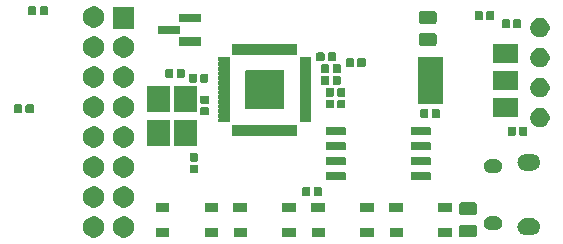
<source format=gbr>
G04 #@! TF.GenerationSoftware,KiCad,Pcbnew,5.1.5+dfsg1-2build2*
G04 #@! TF.CreationDate,2021-07-26T09:56:11+01:00*
G04 #@! TF.ProjectId,picopak,7069636f-7061-46b2-9e6b-696361645f70,rev?*
G04 #@! TF.SameCoordinates,Original*
G04 #@! TF.FileFunction,Soldermask,Bot*
G04 #@! TF.FilePolarity,Negative*
%FSLAX46Y46*%
G04 Gerber Fmt 4.6, Leading zero omitted, Abs format (unit mm)*
G04 Created by KiCad (PCBNEW 5.1.5+dfsg1-2build2) date 2021-07-26 09:56:11*
%MOMM*%
%LPD*%
G04 APERTURE LIST*
%ADD10C,0.100000*%
G04 APERTURE END LIST*
D10*
G36*
X173163512Y-87503927D02*
G01*
X173312812Y-87533624D01*
X173476784Y-87601544D01*
X173624354Y-87700147D01*
X173749853Y-87825646D01*
X173848456Y-87973216D01*
X173916376Y-88137188D01*
X173940801Y-88259983D01*
X173951000Y-88311258D01*
X173951000Y-88488742D01*
X173946290Y-88512420D01*
X173916376Y-88662812D01*
X173848456Y-88826784D01*
X173749853Y-88974354D01*
X173624354Y-89099853D01*
X173476784Y-89198456D01*
X173312812Y-89266376D01*
X173163512Y-89296073D01*
X173138742Y-89301000D01*
X172961258Y-89301000D01*
X172936488Y-89296073D01*
X172787188Y-89266376D01*
X172623216Y-89198456D01*
X172475646Y-89099853D01*
X172350147Y-88974354D01*
X172251544Y-88826784D01*
X172183624Y-88662812D01*
X172153710Y-88512420D01*
X172149000Y-88488742D01*
X172149000Y-88311258D01*
X172159199Y-88259983D01*
X172183624Y-88137188D01*
X172251544Y-87973216D01*
X172350147Y-87825646D01*
X172475646Y-87700147D01*
X172623216Y-87601544D01*
X172787188Y-87533624D01*
X172936488Y-87503927D01*
X172961258Y-87499000D01*
X173138742Y-87499000D01*
X173163512Y-87503927D01*
G37*
G36*
X170623512Y-87503927D02*
G01*
X170772812Y-87533624D01*
X170936784Y-87601544D01*
X171084354Y-87700147D01*
X171209853Y-87825646D01*
X171308456Y-87973216D01*
X171376376Y-88137188D01*
X171400801Y-88259983D01*
X171411000Y-88311258D01*
X171411000Y-88488742D01*
X171406290Y-88512420D01*
X171376376Y-88662812D01*
X171308456Y-88826784D01*
X171209853Y-88974354D01*
X171084354Y-89099853D01*
X170936784Y-89198456D01*
X170772812Y-89266376D01*
X170623512Y-89296073D01*
X170598742Y-89301000D01*
X170421258Y-89301000D01*
X170396488Y-89296073D01*
X170247188Y-89266376D01*
X170083216Y-89198456D01*
X169935646Y-89099853D01*
X169810147Y-88974354D01*
X169711544Y-88826784D01*
X169643624Y-88662812D01*
X169613710Y-88512420D01*
X169609000Y-88488742D01*
X169609000Y-88311258D01*
X169619199Y-88259983D01*
X169643624Y-88137188D01*
X169711544Y-87973216D01*
X169810147Y-87825646D01*
X169935646Y-87700147D01*
X170083216Y-87601544D01*
X170247188Y-87533624D01*
X170396488Y-87503927D01*
X170421258Y-87499000D01*
X170598742Y-87499000D01*
X170623512Y-87503927D01*
G37*
G36*
X202784468Y-88203565D02*
G01*
X202823138Y-88215296D01*
X202858777Y-88234346D01*
X202890017Y-88259983D01*
X202915654Y-88291223D01*
X202934704Y-88326862D01*
X202946435Y-88365532D01*
X202951000Y-88411888D01*
X202951000Y-89063112D01*
X202946435Y-89109468D01*
X202934704Y-89148138D01*
X202915654Y-89183777D01*
X202890017Y-89215017D01*
X202858777Y-89240654D01*
X202823138Y-89259704D01*
X202784468Y-89271435D01*
X202738112Y-89276000D01*
X201661888Y-89276000D01*
X201615532Y-89271435D01*
X201576862Y-89259704D01*
X201541223Y-89240654D01*
X201509983Y-89215017D01*
X201484346Y-89183777D01*
X201465296Y-89148138D01*
X201453565Y-89109468D01*
X201449000Y-89063112D01*
X201449000Y-88411888D01*
X201453565Y-88365532D01*
X201465296Y-88326862D01*
X201484346Y-88291223D01*
X201509983Y-88259983D01*
X201541223Y-88234346D01*
X201576862Y-88215296D01*
X201615532Y-88203565D01*
X201661888Y-88199000D01*
X202738112Y-88199000D01*
X202784468Y-88203565D01*
G37*
G36*
X194251000Y-89251000D02*
G01*
X193099000Y-89251000D01*
X193099000Y-88499000D01*
X194251000Y-88499000D01*
X194251000Y-89251000D01*
G37*
G36*
X181051000Y-89251000D02*
G01*
X179899000Y-89251000D01*
X179899000Y-88499000D01*
X181051000Y-88499000D01*
X181051000Y-89251000D01*
G37*
G36*
X176926000Y-89251000D02*
G01*
X175774000Y-89251000D01*
X175774000Y-88499000D01*
X176926000Y-88499000D01*
X176926000Y-89251000D01*
G37*
G36*
X187651000Y-89251000D02*
G01*
X186499000Y-89251000D01*
X186499000Y-88499000D01*
X187651000Y-88499000D01*
X187651000Y-89251000D01*
G37*
G36*
X200851000Y-89251000D02*
G01*
X199699000Y-89251000D01*
X199699000Y-88499000D01*
X200851000Y-88499000D01*
X200851000Y-89251000D01*
G37*
G36*
X196726000Y-89251000D02*
G01*
X195574000Y-89251000D01*
X195574000Y-88499000D01*
X196726000Y-88499000D01*
X196726000Y-89251000D01*
G37*
G36*
X190126000Y-89251000D02*
G01*
X188974000Y-89251000D01*
X188974000Y-88499000D01*
X190126000Y-88499000D01*
X190126000Y-89251000D01*
G37*
G36*
X183526000Y-89251000D02*
G01*
X182374000Y-89251000D01*
X182374000Y-88499000D01*
X183526000Y-88499000D01*
X183526000Y-89251000D01*
G37*
G36*
X207737421Y-87684143D02*
G01*
X207869557Y-87724227D01*
X207869559Y-87724228D01*
X207991339Y-87789320D01*
X208098080Y-87876920D01*
X208177110Y-87973218D01*
X208185679Y-87983660D01*
X208250773Y-88105443D01*
X208290857Y-88237579D01*
X208304391Y-88375000D01*
X208290857Y-88512421D01*
X208250773Y-88644557D01*
X208250772Y-88644559D01*
X208185680Y-88766339D01*
X208098080Y-88873080D01*
X207991339Y-88960680D01*
X207965758Y-88974353D01*
X207869557Y-89025773D01*
X207737421Y-89065857D01*
X207634432Y-89076000D01*
X207065568Y-89076000D01*
X206962579Y-89065857D01*
X206830443Y-89025773D01*
X206734242Y-88974353D01*
X206708661Y-88960680D01*
X206601920Y-88873080D01*
X206514320Y-88766339D01*
X206449228Y-88644559D01*
X206449227Y-88644557D01*
X206409143Y-88512421D01*
X206395609Y-88375000D01*
X206409143Y-88237579D01*
X206449227Y-88105443D01*
X206514321Y-87983660D01*
X206522891Y-87973218D01*
X206601920Y-87876920D01*
X206708661Y-87789320D01*
X206830441Y-87724228D01*
X206830443Y-87724227D01*
X206962579Y-87684143D01*
X207065568Y-87674000D01*
X207634432Y-87674000D01*
X207737421Y-87684143D01*
G37*
G36*
X204632916Y-87507334D02*
G01*
X204741492Y-87540271D01*
X204741495Y-87540272D01*
X204777601Y-87559571D01*
X204841557Y-87593756D01*
X204929264Y-87665736D01*
X205001244Y-87753443D01*
X205035429Y-87817399D01*
X205054728Y-87853505D01*
X205054729Y-87853508D01*
X205087666Y-87962084D01*
X205098787Y-88075000D01*
X205087666Y-88187916D01*
X205056327Y-88291223D01*
X205054728Y-88296495D01*
X205046837Y-88311258D01*
X205001244Y-88396557D01*
X204929264Y-88484264D01*
X204841557Y-88556244D01*
X204777601Y-88590429D01*
X204741495Y-88609728D01*
X204741492Y-88609729D01*
X204632916Y-88642666D01*
X204548298Y-88651000D01*
X204091702Y-88651000D01*
X204007084Y-88642666D01*
X203898508Y-88609729D01*
X203898505Y-88609728D01*
X203862399Y-88590429D01*
X203798443Y-88556244D01*
X203710736Y-88484264D01*
X203638756Y-88396557D01*
X203593163Y-88311258D01*
X203585272Y-88296495D01*
X203583673Y-88291223D01*
X203552334Y-88187916D01*
X203541213Y-88075000D01*
X203552334Y-87962084D01*
X203585271Y-87853508D01*
X203585272Y-87853505D01*
X203604571Y-87817399D01*
X203638756Y-87753443D01*
X203710736Y-87665736D01*
X203798443Y-87593756D01*
X203862399Y-87559571D01*
X203898505Y-87540272D01*
X203898508Y-87540271D01*
X204007084Y-87507334D01*
X204091702Y-87499000D01*
X204548298Y-87499000D01*
X204632916Y-87507334D01*
G37*
G36*
X202784468Y-86328565D02*
G01*
X202823138Y-86340296D01*
X202858777Y-86359346D01*
X202890017Y-86384983D01*
X202915654Y-86416223D01*
X202934704Y-86451862D01*
X202946435Y-86490532D01*
X202951000Y-86536888D01*
X202951000Y-87188112D01*
X202946435Y-87234468D01*
X202934704Y-87273138D01*
X202915654Y-87308777D01*
X202890017Y-87340017D01*
X202858777Y-87365654D01*
X202823138Y-87384704D01*
X202784468Y-87396435D01*
X202738112Y-87401000D01*
X201661888Y-87401000D01*
X201615532Y-87396435D01*
X201576862Y-87384704D01*
X201541223Y-87365654D01*
X201509983Y-87340017D01*
X201484346Y-87308777D01*
X201465296Y-87273138D01*
X201453565Y-87234468D01*
X201449000Y-87188112D01*
X201449000Y-86536888D01*
X201453565Y-86490532D01*
X201465296Y-86451862D01*
X201484346Y-86416223D01*
X201509983Y-86384983D01*
X201541223Y-86359346D01*
X201576862Y-86340296D01*
X201615532Y-86328565D01*
X201661888Y-86324000D01*
X202738112Y-86324000D01*
X202784468Y-86328565D01*
G37*
G36*
X194251000Y-87101000D02*
G01*
X193099000Y-87101000D01*
X193099000Y-86349000D01*
X194251000Y-86349000D01*
X194251000Y-87101000D01*
G37*
G36*
X176901000Y-87101000D02*
G01*
X175749000Y-87101000D01*
X175749000Y-86349000D01*
X176901000Y-86349000D01*
X176901000Y-87101000D01*
G37*
G36*
X183501000Y-87101000D02*
G01*
X182349000Y-87101000D01*
X182349000Y-86349000D01*
X183501000Y-86349000D01*
X183501000Y-87101000D01*
G37*
G36*
X181051000Y-87101000D02*
G01*
X179899000Y-87101000D01*
X179899000Y-86349000D01*
X181051000Y-86349000D01*
X181051000Y-87101000D01*
G37*
G36*
X196701000Y-87101000D02*
G01*
X195549000Y-87101000D01*
X195549000Y-86349000D01*
X196701000Y-86349000D01*
X196701000Y-87101000D01*
G37*
G36*
X187651000Y-87101000D02*
G01*
X186499000Y-87101000D01*
X186499000Y-86349000D01*
X187651000Y-86349000D01*
X187651000Y-87101000D01*
G37*
G36*
X190101000Y-87101000D02*
G01*
X188949000Y-87101000D01*
X188949000Y-86349000D01*
X190101000Y-86349000D01*
X190101000Y-87101000D01*
G37*
G36*
X200851000Y-87101000D02*
G01*
X199699000Y-87101000D01*
X199699000Y-86349000D01*
X200851000Y-86349000D01*
X200851000Y-87101000D01*
G37*
G36*
X173163512Y-84963927D02*
G01*
X173312812Y-84993624D01*
X173476784Y-85061544D01*
X173624354Y-85160147D01*
X173749853Y-85285646D01*
X173848456Y-85433216D01*
X173916376Y-85597188D01*
X173941113Y-85721553D01*
X173950949Y-85771000D01*
X173951000Y-85771259D01*
X173951000Y-85948741D01*
X173916376Y-86122812D01*
X173848456Y-86286784D01*
X173749853Y-86434354D01*
X173624354Y-86559853D01*
X173476784Y-86658456D01*
X173312812Y-86726376D01*
X173163512Y-86756073D01*
X173138742Y-86761000D01*
X172961258Y-86761000D01*
X172936488Y-86756073D01*
X172787188Y-86726376D01*
X172623216Y-86658456D01*
X172475646Y-86559853D01*
X172350147Y-86434354D01*
X172251544Y-86286784D01*
X172183624Y-86122812D01*
X172149000Y-85948741D01*
X172149000Y-85771259D01*
X172149052Y-85771000D01*
X172158887Y-85721553D01*
X172183624Y-85597188D01*
X172251544Y-85433216D01*
X172350147Y-85285646D01*
X172475646Y-85160147D01*
X172623216Y-85061544D01*
X172787188Y-84993624D01*
X172936488Y-84963927D01*
X172961258Y-84959000D01*
X173138742Y-84959000D01*
X173163512Y-84963927D01*
G37*
G36*
X170623512Y-84963927D02*
G01*
X170772812Y-84993624D01*
X170936784Y-85061544D01*
X171084354Y-85160147D01*
X171209853Y-85285646D01*
X171308456Y-85433216D01*
X171376376Y-85597188D01*
X171401113Y-85721553D01*
X171410949Y-85771000D01*
X171411000Y-85771259D01*
X171411000Y-85948741D01*
X171376376Y-86122812D01*
X171308456Y-86286784D01*
X171209853Y-86434354D01*
X171084354Y-86559853D01*
X170936784Y-86658456D01*
X170772812Y-86726376D01*
X170623512Y-86756073D01*
X170598742Y-86761000D01*
X170421258Y-86761000D01*
X170396488Y-86756073D01*
X170247188Y-86726376D01*
X170083216Y-86658456D01*
X169935646Y-86559853D01*
X169810147Y-86434354D01*
X169711544Y-86286784D01*
X169643624Y-86122812D01*
X169609000Y-85948741D01*
X169609000Y-85771259D01*
X169609052Y-85771000D01*
X169618887Y-85721553D01*
X169643624Y-85597188D01*
X169711544Y-85433216D01*
X169810147Y-85285646D01*
X169935646Y-85160147D01*
X170083216Y-85061544D01*
X170247188Y-84993624D01*
X170396488Y-84963927D01*
X170421258Y-84959000D01*
X170598742Y-84959000D01*
X170623512Y-84963927D01*
G37*
G36*
X189741938Y-85031716D02*
G01*
X189762557Y-85037971D01*
X189781553Y-85048124D01*
X189798208Y-85061792D01*
X189811876Y-85078447D01*
X189822029Y-85097443D01*
X189828284Y-85118062D01*
X189831000Y-85145640D01*
X189831000Y-85654360D01*
X189828284Y-85681938D01*
X189822029Y-85702557D01*
X189811876Y-85721553D01*
X189798208Y-85738208D01*
X189781553Y-85751876D01*
X189762557Y-85762029D01*
X189741938Y-85768284D01*
X189714360Y-85771000D01*
X189255640Y-85771000D01*
X189228062Y-85768284D01*
X189207443Y-85762029D01*
X189188447Y-85751876D01*
X189171792Y-85738208D01*
X189158124Y-85721553D01*
X189147971Y-85702557D01*
X189141716Y-85681938D01*
X189139000Y-85654360D01*
X189139000Y-85145640D01*
X189141716Y-85118062D01*
X189147971Y-85097443D01*
X189158124Y-85078447D01*
X189171792Y-85061792D01*
X189188447Y-85048124D01*
X189207443Y-85037971D01*
X189228062Y-85031716D01*
X189255640Y-85029000D01*
X189714360Y-85029000D01*
X189741938Y-85031716D01*
G37*
G36*
X188771938Y-85031716D02*
G01*
X188792557Y-85037971D01*
X188811553Y-85048124D01*
X188828208Y-85061792D01*
X188841876Y-85078447D01*
X188852029Y-85097443D01*
X188858284Y-85118062D01*
X188861000Y-85145640D01*
X188861000Y-85654360D01*
X188858284Y-85681938D01*
X188852029Y-85702557D01*
X188841876Y-85721553D01*
X188828208Y-85738208D01*
X188811553Y-85751876D01*
X188792557Y-85762029D01*
X188771938Y-85768284D01*
X188744360Y-85771000D01*
X188285640Y-85771000D01*
X188258062Y-85768284D01*
X188237443Y-85762029D01*
X188218447Y-85751876D01*
X188201792Y-85738208D01*
X188188124Y-85721553D01*
X188177971Y-85702557D01*
X188171716Y-85681938D01*
X188169000Y-85654360D01*
X188169000Y-85145640D01*
X188171716Y-85118062D01*
X188177971Y-85097443D01*
X188188124Y-85078447D01*
X188201792Y-85061792D01*
X188218447Y-85048124D01*
X188237443Y-85037971D01*
X188258062Y-85031716D01*
X188285640Y-85029000D01*
X188744360Y-85029000D01*
X188771938Y-85031716D01*
G37*
G36*
X198959928Y-83756764D02*
G01*
X198981009Y-83763160D01*
X199000445Y-83773548D01*
X199017476Y-83787524D01*
X199031452Y-83804555D01*
X199041840Y-83823991D01*
X199048236Y-83845072D01*
X199051000Y-83873140D01*
X199051000Y-84336860D01*
X199048236Y-84364928D01*
X199041840Y-84386009D01*
X199031452Y-84405445D01*
X199017476Y-84422476D01*
X199000445Y-84436452D01*
X198981009Y-84446840D01*
X198959928Y-84453236D01*
X198931860Y-84456000D01*
X197468140Y-84456000D01*
X197440072Y-84453236D01*
X197418991Y-84446840D01*
X197399555Y-84436452D01*
X197382524Y-84422476D01*
X197368548Y-84405445D01*
X197358160Y-84386009D01*
X197351764Y-84364928D01*
X197349000Y-84336860D01*
X197349000Y-83873140D01*
X197351764Y-83845072D01*
X197358160Y-83823991D01*
X197368548Y-83804555D01*
X197382524Y-83787524D01*
X197399555Y-83773548D01*
X197418991Y-83763160D01*
X197440072Y-83756764D01*
X197468140Y-83754000D01*
X198931860Y-83754000D01*
X198959928Y-83756764D01*
G37*
G36*
X191759928Y-83756764D02*
G01*
X191781009Y-83763160D01*
X191800445Y-83773548D01*
X191817476Y-83787524D01*
X191831452Y-83804555D01*
X191841840Y-83823991D01*
X191848236Y-83845072D01*
X191851000Y-83873140D01*
X191851000Y-84336860D01*
X191848236Y-84364928D01*
X191841840Y-84386009D01*
X191831452Y-84405445D01*
X191817476Y-84422476D01*
X191800445Y-84436452D01*
X191781009Y-84446840D01*
X191759928Y-84453236D01*
X191731860Y-84456000D01*
X190268140Y-84456000D01*
X190240072Y-84453236D01*
X190218991Y-84446840D01*
X190199555Y-84436452D01*
X190182524Y-84422476D01*
X190168548Y-84405445D01*
X190158160Y-84386009D01*
X190151764Y-84364928D01*
X190149000Y-84336860D01*
X190149000Y-83873140D01*
X190151764Y-83845072D01*
X190158160Y-83823991D01*
X190168548Y-83804555D01*
X190182524Y-83787524D01*
X190199555Y-83773548D01*
X190218991Y-83763160D01*
X190240072Y-83756764D01*
X190268140Y-83754000D01*
X191731860Y-83754000D01*
X191759928Y-83756764D01*
G37*
G36*
X173163512Y-82423927D02*
G01*
X173312812Y-82453624D01*
X173476784Y-82521544D01*
X173624354Y-82620147D01*
X173749853Y-82745646D01*
X173848456Y-82893216D01*
X173916376Y-83057188D01*
X173951000Y-83231259D01*
X173951000Y-83408741D01*
X173916376Y-83582812D01*
X173848456Y-83746784D01*
X173749853Y-83894354D01*
X173624354Y-84019853D01*
X173476784Y-84118456D01*
X173312812Y-84186376D01*
X173163512Y-84216073D01*
X173138742Y-84221000D01*
X172961258Y-84221000D01*
X172936488Y-84216073D01*
X172787188Y-84186376D01*
X172623216Y-84118456D01*
X172475646Y-84019853D01*
X172350147Y-83894354D01*
X172251544Y-83746784D01*
X172183624Y-83582812D01*
X172149000Y-83408741D01*
X172149000Y-83231259D01*
X172183624Y-83057188D01*
X172251544Y-82893216D01*
X172350147Y-82745646D01*
X172475646Y-82620147D01*
X172623216Y-82521544D01*
X172787188Y-82453624D01*
X172936488Y-82423927D01*
X172961258Y-82419000D01*
X173138742Y-82419000D01*
X173163512Y-82423927D01*
G37*
G36*
X170623512Y-82423927D02*
G01*
X170772812Y-82453624D01*
X170936784Y-82521544D01*
X171084354Y-82620147D01*
X171209853Y-82745646D01*
X171308456Y-82893216D01*
X171376376Y-83057188D01*
X171411000Y-83231259D01*
X171411000Y-83408741D01*
X171376376Y-83582812D01*
X171308456Y-83746784D01*
X171209853Y-83894354D01*
X171084354Y-84019853D01*
X170936784Y-84118456D01*
X170772812Y-84186376D01*
X170623512Y-84216073D01*
X170598742Y-84221000D01*
X170421258Y-84221000D01*
X170396488Y-84216073D01*
X170247188Y-84186376D01*
X170083216Y-84118456D01*
X169935646Y-84019853D01*
X169810147Y-83894354D01*
X169711544Y-83746784D01*
X169643624Y-83582812D01*
X169609000Y-83408741D01*
X169609000Y-83231259D01*
X169643624Y-83057188D01*
X169711544Y-82893216D01*
X169810147Y-82745646D01*
X169935646Y-82620147D01*
X170083216Y-82521544D01*
X170247188Y-82453624D01*
X170396488Y-82423927D01*
X170421258Y-82419000D01*
X170598742Y-82419000D01*
X170623512Y-82423927D01*
G37*
G36*
X179281938Y-83141716D02*
G01*
X179302557Y-83147971D01*
X179321553Y-83158124D01*
X179338208Y-83171792D01*
X179351876Y-83188447D01*
X179362029Y-83207443D01*
X179368284Y-83228062D01*
X179371000Y-83255640D01*
X179371000Y-83714360D01*
X179368284Y-83741938D01*
X179362029Y-83762557D01*
X179351876Y-83781553D01*
X179338208Y-83798208D01*
X179321553Y-83811876D01*
X179302557Y-83822029D01*
X179281938Y-83828284D01*
X179254360Y-83831000D01*
X178745640Y-83831000D01*
X178718062Y-83828284D01*
X178697443Y-83822029D01*
X178678447Y-83811876D01*
X178661792Y-83798208D01*
X178648124Y-83781553D01*
X178637971Y-83762557D01*
X178631716Y-83741938D01*
X178629000Y-83714360D01*
X178629000Y-83255640D01*
X178631716Y-83228062D01*
X178637971Y-83207443D01*
X178648124Y-83188447D01*
X178661792Y-83171792D01*
X178678447Y-83158124D01*
X178697443Y-83147971D01*
X178718062Y-83141716D01*
X178745640Y-83139000D01*
X179254360Y-83139000D01*
X179281938Y-83141716D01*
G37*
G36*
X204632916Y-82657334D02*
G01*
X204741492Y-82690271D01*
X204741495Y-82690272D01*
X204777601Y-82709571D01*
X204841557Y-82743756D01*
X204929264Y-82815736D01*
X205001244Y-82903443D01*
X205012766Y-82925000D01*
X205054728Y-83003505D01*
X205054729Y-83003508D01*
X205087666Y-83112084D01*
X205098787Y-83225000D01*
X205087666Y-83337916D01*
X205061831Y-83423080D01*
X205054728Y-83446495D01*
X205035429Y-83482601D01*
X205001244Y-83546557D01*
X204929264Y-83634264D01*
X204841557Y-83706244D01*
X204777601Y-83740429D01*
X204741495Y-83759728D01*
X204741492Y-83759729D01*
X204632916Y-83792666D01*
X204548298Y-83801000D01*
X204091702Y-83801000D01*
X204007084Y-83792666D01*
X203898508Y-83759729D01*
X203898505Y-83759728D01*
X203862399Y-83740429D01*
X203798443Y-83706244D01*
X203710736Y-83634264D01*
X203638756Y-83546557D01*
X203604571Y-83482601D01*
X203585272Y-83446495D01*
X203578169Y-83423080D01*
X203552334Y-83337916D01*
X203541213Y-83225000D01*
X203552334Y-83112084D01*
X203585271Y-83003508D01*
X203585272Y-83003505D01*
X203627234Y-82925000D01*
X203638756Y-82903443D01*
X203710736Y-82815736D01*
X203798443Y-82743756D01*
X203862399Y-82709571D01*
X203898505Y-82690272D01*
X203898508Y-82690271D01*
X204007084Y-82657334D01*
X204091702Y-82649000D01*
X204548298Y-82649000D01*
X204632916Y-82657334D01*
G37*
G36*
X207737421Y-82234143D02*
G01*
X207869557Y-82274227D01*
X207869559Y-82274228D01*
X207991339Y-82339320D01*
X208098080Y-82426920D01*
X208185680Y-82533661D01*
X208222817Y-82603140D01*
X208250773Y-82655443D01*
X208290857Y-82787579D01*
X208304391Y-82925000D01*
X208290857Y-83062421D01*
X208252626Y-83188447D01*
X208250772Y-83194559D01*
X208185680Y-83316339D01*
X208098080Y-83423080D01*
X207991339Y-83510680D01*
X207924217Y-83546557D01*
X207869557Y-83575773D01*
X207737421Y-83615857D01*
X207634432Y-83626000D01*
X207065568Y-83626000D01*
X206962579Y-83615857D01*
X206830443Y-83575773D01*
X206775783Y-83546557D01*
X206708661Y-83510680D01*
X206601920Y-83423080D01*
X206514320Y-83316339D01*
X206449228Y-83194559D01*
X206447374Y-83188447D01*
X206409143Y-83062421D01*
X206395609Y-82925000D01*
X206409143Y-82787579D01*
X206449227Y-82655443D01*
X206477183Y-82603140D01*
X206514320Y-82533661D01*
X206601920Y-82426920D01*
X206708661Y-82339320D01*
X206830441Y-82274228D01*
X206830443Y-82274227D01*
X206962579Y-82234143D01*
X207065568Y-82224000D01*
X207634432Y-82224000D01*
X207737421Y-82234143D01*
G37*
G36*
X198959928Y-82486764D02*
G01*
X198981009Y-82493160D01*
X199000445Y-82503548D01*
X199017476Y-82517524D01*
X199031452Y-82534555D01*
X199041840Y-82553991D01*
X199048236Y-82575072D01*
X199051000Y-82603140D01*
X199051000Y-83066860D01*
X199048236Y-83094928D01*
X199041840Y-83116009D01*
X199031452Y-83135445D01*
X199017476Y-83152476D01*
X199000445Y-83166452D01*
X198981009Y-83176840D01*
X198959928Y-83183236D01*
X198931860Y-83186000D01*
X197468140Y-83186000D01*
X197440072Y-83183236D01*
X197418991Y-83176840D01*
X197399555Y-83166452D01*
X197382524Y-83152476D01*
X197368548Y-83135445D01*
X197358160Y-83116009D01*
X197351764Y-83094928D01*
X197349000Y-83066860D01*
X197349000Y-82603140D01*
X197351764Y-82575072D01*
X197358160Y-82553991D01*
X197368548Y-82534555D01*
X197382524Y-82517524D01*
X197399555Y-82503548D01*
X197418991Y-82493160D01*
X197440072Y-82486764D01*
X197468140Y-82484000D01*
X198931860Y-82484000D01*
X198959928Y-82486764D01*
G37*
G36*
X191759928Y-82486764D02*
G01*
X191781009Y-82493160D01*
X191800445Y-82503548D01*
X191817476Y-82517524D01*
X191831452Y-82534555D01*
X191841840Y-82553991D01*
X191848236Y-82575072D01*
X191851000Y-82603140D01*
X191851000Y-83066860D01*
X191848236Y-83094928D01*
X191841840Y-83116009D01*
X191831452Y-83135445D01*
X191817476Y-83152476D01*
X191800445Y-83166452D01*
X191781009Y-83176840D01*
X191759928Y-83183236D01*
X191731860Y-83186000D01*
X190268140Y-83186000D01*
X190240072Y-83183236D01*
X190218991Y-83176840D01*
X190199555Y-83166452D01*
X190182524Y-83152476D01*
X190168548Y-83135445D01*
X190158160Y-83116009D01*
X190151764Y-83094928D01*
X190149000Y-83066860D01*
X190149000Y-82603140D01*
X190151764Y-82575072D01*
X190158160Y-82553991D01*
X190168548Y-82534555D01*
X190182524Y-82517524D01*
X190199555Y-82503548D01*
X190218991Y-82493160D01*
X190240072Y-82486764D01*
X190268140Y-82484000D01*
X191731860Y-82484000D01*
X191759928Y-82486764D01*
G37*
G36*
X179281938Y-82171716D02*
G01*
X179302557Y-82177971D01*
X179321553Y-82188124D01*
X179338208Y-82201792D01*
X179351876Y-82218447D01*
X179362029Y-82237443D01*
X179368284Y-82258062D01*
X179371000Y-82285640D01*
X179371000Y-82744360D01*
X179368284Y-82771938D01*
X179362029Y-82792557D01*
X179351876Y-82811553D01*
X179338208Y-82828208D01*
X179321553Y-82841876D01*
X179302557Y-82852029D01*
X179281938Y-82858284D01*
X179254360Y-82861000D01*
X178745640Y-82861000D01*
X178718062Y-82858284D01*
X178697443Y-82852029D01*
X178678447Y-82841876D01*
X178661792Y-82828208D01*
X178648124Y-82811553D01*
X178637971Y-82792557D01*
X178631716Y-82771938D01*
X178629000Y-82744360D01*
X178629000Y-82285640D01*
X178631716Y-82258062D01*
X178637971Y-82237443D01*
X178648124Y-82218447D01*
X178661792Y-82201792D01*
X178678447Y-82188124D01*
X178697443Y-82177971D01*
X178718062Y-82171716D01*
X178745640Y-82169000D01*
X179254360Y-82169000D01*
X179281938Y-82171716D01*
G37*
G36*
X191759928Y-81216764D02*
G01*
X191781009Y-81223160D01*
X191800445Y-81233548D01*
X191817476Y-81247524D01*
X191831452Y-81264555D01*
X191841840Y-81283991D01*
X191848236Y-81305072D01*
X191851000Y-81333140D01*
X191851000Y-81796860D01*
X191848236Y-81824928D01*
X191841840Y-81846009D01*
X191831452Y-81865445D01*
X191817476Y-81882476D01*
X191800445Y-81896452D01*
X191781009Y-81906840D01*
X191759928Y-81913236D01*
X191731860Y-81916000D01*
X190268140Y-81916000D01*
X190240072Y-81913236D01*
X190218991Y-81906840D01*
X190199555Y-81896452D01*
X190182524Y-81882476D01*
X190168548Y-81865445D01*
X190158160Y-81846009D01*
X190151764Y-81824928D01*
X190149000Y-81796860D01*
X190149000Y-81333140D01*
X190151764Y-81305072D01*
X190158160Y-81283991D01*
X190168548Y-81264555D01*
X190182524Y-81247524D01*
X190199555Y-81233548D01*
X190218991Y-81223160D01*
X190240072Y-81216764D01*
X190268140Y-81214000D01*
X191731860Y-81214000D01*
X191759928Y-81216764D01*
G37*
G36*
X198959928Y-81216764D02*
G01*
X198981009Y-81223160D01*
X199000445Y-81233548D01*
X199017476Y-81247524D01*
X199031452Y-81264555D01*
X199041840Y-81283991D01*
X199048236Y-81305072D01*
X199051000Y-81333140D01*
X199051000Y-81796860D01*
X199048236Y-81824928D01*
X199041840Y-81846009D01*
X199031452Y-81865445D01*
X199017476Y-81882476D01*
X199000445Y-81896452D01*
X198981009Y-81906840D01*
X198959928Y-81913236D01*
X198931860Y-81916000D01*
X197468140Y-81916000D01*
X197440072Y-81913236D01*
X197418991Y-81906840D01*
X197399555Y-81896452D01*
X197382524Y-81882476D01*
X197368548Y-81865445D01*
X197358160Y-81846009D01*
X197351764Y-81824928D01*
X197349000Y-81796860D01*
X197349000Y-81333140D01*
X197351764Y-81305072D01*
X197358160Y-81283991D01*
X197368548Y-81264555D01*
X197382524Y-81247524D01*
X197399555Y-81233548D01*
X197418991Y-81223160D01*
X197440072Y-81216764D01*
X197468140Y-81214000D01*
X198931860Y-81214000D01*
X198959928Y-81216764D01*
G37*
G36*
X173163512Y-79883927D02*
G01*
X173312812Y-79913624D01*
X173476784Y-79981544D01*
X173624354Y-80080147D01*
X173749853Y-80205646D01*
X173848456Y-80353216D01*
X173916376Y-80517188D01*
X173951000Y-80691259D01*
X173951000Y-80868741D01*
X173916376Y-81042812D01*
X173848456Y-81206784D01*
X173749853Y-81354354D01*
X173624354Y-81479853D01*
X173476784Y-81578456D01*
X173312812Y-81646376D01*
X173163512Y-81676073D01*
X173138742Y-81681000D01*
X172961258Y-81681000D01*
X172936488Y-81676073D01*
X172787188Y-81646376D01*
X172623216Y-81578456D01*
X172475646Y-81479853D01*
X172350147Y-81354354D01*
X172251544Y-81206784D01*
X172183624Y-81042812D01*
X172149000Y-80868741D01*
X172149000Y-80691259D01*
X172183624Y-80517188D01*
X172251544Y-80353216D01*
X172350147Y-80205646D01*
X172475646Y-80080147D01*
X172623216Y-79981544D01*
X172787188Y-79913624D01*
X172936488Y-79883927D01*
X172961258Y-79879000D01*
X173138742Y-79879000D01*
X173163512Y-79883927D01*
G37*
G36*
X170623512Y-79883927D02*
G01*
X170772812Y-79913624D01*
X170936784Y-79981544D01*
X171084354Y-80080147D01*
X171209853Y-80205646D01*
X171308456Y-80353216D01*
X171376376Y-80517188D01*
X171411000Y-80691259D01*
X171411000Y-80868741D01*
X171376376Y-81042812D01*
X171308456Y-81206784D01*
X171209853Y-81354354D01*
X171084354Y-81479853D01*
X170936784Y-81578456D01*
X170772812Y-81646376D01*
X170623512Y-81676073D01*
X170598742Y-81681000D01*
X170421258Y-81681000D01*
X170396488Y-81676073D01*
X170247188Y-81646376D01*
X170083216Y-81578456D01*
X169935646Y-81479853D01*
X169810147Y-81354354D01*
X169711544Y-81206784D01*
X169643624Y-81042812D01*
X169609000Y-80868741D01*
X169609000Y-80691259D01*
X169643624Y-80517188D01*
X169711544Y-80353216D01*
X169810147Y-80205646D01*
X169935646Y-80080147D01*
X170083216Y-79981544D01*
X170247188Y-79913624D01*
X170396488Y-79883927D01*
X170421258Y-79879000D01*
X170598742Y-79879000D01*
X170623512Y-79883927D01*
G37*
G36*
X179251000Y-81551000D02*
G01*
X177349000Y-81551000D01*
X177349000Y-79349000D01*
X179251000Y-79349000D01*
X179251000Y-81551000D01*
G37*
G36*
X176951000Y-81551000D02*
G01*
X175049000Y-81551000D01*
X175049000Y-79349000D01*
X176951000Y-79349000D01*
X176951000Y-81551000D01*
G37*
G36*
X182540416Y-79749843D02*
G01*
X182544556Y-79751099D01*
X182563716Y-79759035D01*
X182587750Y-79763815D01*
X182612254Y-79763815D01*
X182636287Y-79759034D01*
X182655445Y-79751099D01*
X182659584Y-79749843D01*
X182668143Y-79749000D01*
X182931857Y-79749000D01*
X182940416Y-79749843D01*
X182944556Y-79751099D01*
X182963716Y-79759035D01*
X182987750Y-79763815D01*
X183012254Y-79763815D01*
X183036287Y-79759034D01*
X183055445Y-79751099D01*
X183059584Y-79749843D01*
X183068143Y-79749000D01*
X183331857Y-79749000D01*
X183340416Y-79749843D01*
X183344556Y-79751099D01*
X183363716Y-79759035D01*
X183387750Y-79763815D01*
X183412254Y-79763815D01*
X183436287Y-79759034D01*
X183455445Y-79751099D01*
X183459584Y-79749843D01*
X183468143Y-79749000D01*
X183731857Y-79749000D01*
X183740416Y-79749843D01*
X183744556Y-79751099D01*
X183763716Y-79759035D01*
X183787750Y-79763815D01*
X183812254Y-79763815D01*
X183836287Y-79759034D01*
X183855445Y-79751099D01*
X183859584Y-79749843D01*
X183868143Y-79749000D01*
X184131857Y-79749000D01*
X184140416Y-79749843D01*
X184144556Y-79751099D01*
X184163716Y-79759035D01*
X184187750Y-79763815D01*
X184212254Y-79763815D01*
X184236287Y-79759034D01*
X184255445Y-79751099D01*
X184259584Y-79749843D01*
X184268143Y-79749000D01*
X184531857Y-79749000D01*
X184540416Y-79749843D01*
X184544556Y-79751099D01*
X184563716Y-79759035D01*
X184587750Y-79763815D01*
X184612254Y-79763815D01*
X184636287Y-79759034D01*
X184655445Y-79751099D01*
X184659584Y-79749843D01*
X184668143Y-79749000D01*
X184931857Y-79749000D01*
X184940416Y-79749843D01*
X184944556Y-79751099D01*
X184963716Y-79759035D01*
X184987750Y-79763815D01*
X185012254Y-79763815D01*
X185036287Y-79759034D01*
X185055445Y-79751099D01*
X185059584Y-79749843D01*
X185068143Y-79749000D01*
X185331857Y-79749000D01*
X185340416Y-79749843D01*
X185344556Y-79751099D01*
X185363716Y-79759035D01*
X185387750Y-79763815D01*
X185412254Y-79763815D01*
X185436287Y-79759034D01*
X185455445Y-79751099D01*
X185459584Y-79749843D01*
X185468143Y-79749000D01*
X185731857Y-79749000D01*
X185740416Y-79749843D01*
X185744556Y-79751099D01*
X185763716Y-79759035D01*
X185787750Y-79763815D01*
X185812254Y-79763815D01*
X185836287Y-79759034D01*
X185855445Y-79751099D01*
X185859584Y-79749843D01*
X185868143Y-79749000D01*
X186131857Y-79749000D01*
X186140416Y-79749843D01*
X186144556Y-79751099D01*
X186163716Y-79759035D01*
X186187750Y-79763815D01*
X186212254Y-79763815D01*
X186236287Y-79759034D01*
X186255445Y-79751099D01*
X186259584Y-79749843D01*
X186268143Y-79749000D01*
X186531857Y-79749000D01*
X186540416Y-79749843D01*
X186544556Y-79751099D01*
X186563716Y-79759035D01*
X186587750Y-79763815D01*
X186612254Y-79763815D01*
X186636287Y-79759034D01*
X186655445Y-79751099D01*
X186659584Y-79749843D01*
X186668143Y-79749000D01*
X186931857Y-79749000D01*
X186940416Y-79749843D01*
X186944556Y-79751099D01*
X186963716Y-79759035D01*
X186987750Y-79763815D01*
X187012254Y-79763815D01*
X187036287Y-79759034D01*
X187055445Y-79751099D01*
X187059584Y-79749843D01*
X187068143Y-79749000D01*
X187331857Y-79749000D01*
X187340416Y-79749843D01*
X187344556Y-79751099D01*
X187363716Y-79759035D01*
X187387750Y-79763815D01*
X187412254Y-79763815D01*
X187436287Y-79759034D01*
X187455445Y-79751099D01*
X187459584Y-79749843D01*
X187468143Y-79749000D01*
X187731857Y-79749000D01*
X187740416Y-79749843D01*
X187742745Y-79750550D01*
X187744887Y-79751695D01*
X187746765Y-79753235D01*
X187748305Y-79755113D01*
X187749450Y-79757255D01*
X187750157Y-79759584D01*
X187751000Y-79768143D01*
X187751000Y-80706857D01*
X187750157Y-80715416D01*
X187749450Y-80717745D01*
X187748305Y-80719887D01*
X187746765Y-80721765D01*
X187744887Y-80723305D01*
X187742745Y-80724450D01*
X187740416Y-80725157D01*
X187731857Y-80726000D01*
X187468143Y-80726000D01*
X187459584Y-80725157D01*
X187455444Y-80723901D01*
X187436284Y-80715965D01*
X187412250Y-80711185D01*
X187387746Y-80711185D01*
X187363713Y-80715966D01*
X187344555Y-80723901D01*
X187340416Y-80725157D01*
X187331857Y-80726000D01*
X187068143Y-80726000D01*
X187059584Y-80725157D01*
X187055444Y-80723901D01*
X187036284Y-80715965D01*
X187012250Y-80711185D01*
X186987746Y-80711185D01*
X186963713Y-80715966D01*
X186944555Y-80723901D01*
X186940416Y-80725157D01*
X186931857Y-80726000D01*
X186668143Y-80726000D01*
X186659584Y-80725157D01*
X186655444Y-80723901D01*
X186636284Y-80715965D01*
X186612250Y-80711185D01*
X186587746Y-80711185D01*
X186563713Y-80715966D01*
X186544555Y-80723901D01*
X186540416Y-80725157D01*
X186531857Y-80726000D01*
X186268143Y-80726000D01*
X186259584Y-80725157D01*
X186255444Y-80723901D01*
X186236284Y-80715965D01*
X186212250Y-80711185D01*
X186187746Y-80711185D01*
X186163713Y-80715966D01*
X186144555Y-80723901D01*
X186140416Y-80725157D01*
X186131857Y-80726000D01*
X185868143Y-80726000D01*
X185859584Y-80725157D01*
X185855444Y-80723901D01*
X185836284Y-80715965D01*
X185812250Y-80711185D01*
X185787746Y-80711185D01*
X185763713Y-80715966D01*
X185744555Y-80723901D01*
X185740416Y-80725157D01*
X185731857Y-80726000D01*
X185468143Y-80726000D01*
X185459584Y-80725157D01*
X185455444Y-80723901D01*
X185436284Y-80715965D01*
X185412250Y-80711185D01*
X185387746Y-80711185D01*
X185363713Y-80715966D01*
X185344555Y-80723901D01*
X185340416Y-80725157D01*
X185331857Y-80726000D01*
X185068143Y-80726000D01*
X185059584Y-80725157D01*
X185055444Y-80723901D01*
X185036284Y-80715965D01*
X185012250Y-80711185D01*
X184987746Y-80711185D01*
X184963713Y-80715966D01*
X184944555Y-80723901D01*
X184940416Y-80725157D01*
X184931857Y-80726000D01*
X184668143Y-80726000D01*
X184659584Y-80725157D01*
X184655444Y-80723901D01*
X184636284Y-80715965D01*
X184612250Y-80711185D01*
X184587746Y-80711185D01*
X184563713Y-80715966D01*
X184544555Y-80723901D01*
X184540416Y-80725157D01*
X184531857Y-80726000D01*
X184268143Y-80726000D01*
X184259584Y-80725157D01*
X184255444Y-80723901D01*
X184236284Y-80715965D01*
X184212250Y-80711185D01*
X184187746Y-80711185D01*
X184163713Y-80715966D01*
X184144555Y-80723901D01*
X184140416Y-80725157D01*
X184131857Y-80726000D01*
X183868143Y-80726000D01*
X183859584Y-80725157D01*
X183855444Y-80723901D01*
X183836284Y-80715965D01*
X183812250Y-80711185D01*
X183787746Y-80711185D01*
X183763713Y-80715966D01*
X183744555Y-80723901D01*
X183740416Y-80725157D01*
X183731857Y-80726000D01*
X183468143Y-80726000D01*
X183459584Y-80725157D01*
X183455444Y-80723901D01*
X183436284Y-80715965D01*
X183412250Y-80711185D01*
X183387746Y-80711185D01*
X183363713Y-80715966D01*
X183344555Y-80723901D01*
X183340416Y-80725157D01*
X183331857Y-80726000D01*
X183068143Y-80726000D01*
X183059584Y-80725157D01*
X183055444Y-80723901D01*
X183036284Y-80715965D01*
X183012250Y-80711185D01*
X182987746Y-80711185D01*
X182963713Y-80715966D01*
X182944555Y-80723901D01*
X182940416Y-80725157D01*
X182931857Y-80726000D01*
X182668143Y-80726000D01*
X182659584Y-80725157D01*
X182655444Y-80723901D01*
X182636284Y-80715965D01*
X182612250Y-80711185D01*
X182587746Y-80711185D01*
X182563713Y-80715966D01*
X182544555Y-80723901D01*
X182540416Y-80725157D01*
X182531857Y-80726000D01*
X182268143Y-80726000D01*
X182259584Y-80725157D01*
X182257255Y-80724450D01*
X182255113Y-80723305D01*
X182253235Y-80721765D01*
X182251695Y-80719887D01*
X182250550Y-80717745D01*
X182249843Y-80715416D01*
X182249000Y-80706857D01*
X182249000Y-79768143D01*
X182249843Y-79759584D01*
X182250550Y-79757255D01*
X182251695Y-79755113D01*
X182253235Y-79753235D01*
X182255113Y-79751695D01*
X182257255Y-79750550D01*
X182259584Y-79749843D01*
X182268143Y-79749000D01*
X182531857Y-79749000D01*
X182540416Y-79749843D01*
G37*
G36*
X207141938Y-79931716D02*
G01*
X207162557Y-79937971D01*
X207181553Y-79948124D01*
X207198208Y-79961792D01*
X207211876Y-79978447D01*
X207222029Y-79997443D01*
X207228284Y-80018062D01*
X207231000Y-80045640D01*
X207231000Y-80554360D01*
X207228284Y-80581938D01*
X207222029Y-80602557D01*
X207211876Y-80621553D01*
X207198208Y-80638208D01*
X207181553Y-80651876D01*
X207162557Y-80662029D01*
X207141938Y-80668284D01*
X207114360Y-80671000D01*
X206655640Y-80671000D01*
X206628062Y-80668284D01*
X206607443Y-80662029D01*
X206588447Y-80651876D01*
X206571792Y-80638208D01*
X206558124Y-80621553D01*
X206547971Y-80602557D01*
X206541716Y-80581938D01*
X206539000Y-80554360D01*
X206539000Y-80045640D01*
X206541716Y-80018062D01*
X206547971Y-79997443D01*
X206558124Y-79978447D01*
X206571792Y-79961792D01*
X206588447Y-79948124D01*
X206607443Y-79937971D01*
X206628062Y-79931716D01*
X206655640Y-79929000D01*
X207114360Y-79929000D01*
X207141938Y-79931716D01*
G37*
G36*
X206171938Y-79931716D02*
G01*
X206192557Y-79937971D01*
X206211553Y-79948124D01*
X206228208Y-79961792D01*
X206241876Y-79978447D01*
X206252029Y-79997443D01*
X206258284Y-80018062D01*
X206261000Y-80045640D01*
X206261000Y-80554360D01*
X206258284Y-80581938D01*
X206252029Y-80602557D01*
X206241876Y-80621553D01*
X206228208Y-80638208D01*
X206211553Y-80651876D01*
X206192557Y-80662029D01*
X206171938Y-80668284D01*
X206144360Y-80671000D01*
X205685640Y-80671000D01*
X205658062Y-80668284D01*
X205637443Y-80662029D01*
X205618447Y-80651876D01*
X205601792Y-80638208D01*
X205588124Y-80621553D01*
X205577971Y-80602557D01*
X205571716Y-80581938D01*
X205569000Y-80554360D01*
X205569000Y-80045640D01*
X205571716Y-80018062D01*
X205577971Y-79997443D01*
X205588124Y-79978447D01*
X205601792Y-79961792D01*
X205618447Y-79948124D01*
X205637443Y-79937971D01*
X205658062Y-79931716D01*
X205685640Y-79929000D01*
X206144360Y-79929000D01*
X206171938Y-79931716D01*
G37*
G36*
X191759928Y-79946764D02*
G01*
X191781009Y-79953160D01*
X191800445Y-79963548D01*
X191817476Y-79977524D01*
X191831452Y-79994555D01*
X191841840Y-80013991D01*
X191848236Y-80035072D01*
X191851000Y-80063140D01*
X191851000Y-80526860D01*
X191848236Y-80554928D01*
X191841840Y-80576009D01*
X191831452Y-80595445D01*
X191817476Y-80612476D01*
X191800445Y-80626452D01*
X191781009Y-80636840D01*
X191759928Y-80643236D01*
X191731860Y-80646000D01*
X190268140Y-80646000D01*
X190240072Y-80643236D01*
X190218991Y-80636840D01*
X190199555Y-80626452D01*
X190182524Y-80612476D01*
X190168548Y-80595445D01*
X190158160Y-80576009D01*
X190151764Y-80554928D01*
X190149000Y-80526860D01*
X190149000Y-80063140D01*
X190151764Y-80035072D01*
X190158160Y-80013991D01*
X190168548Y-79994555D01*
X190182524Y-79977524D01*
X190199555Y-79963548D01*
X190218991Y-79953160D01*
X190240072Y-79946764D01*
X190268140Y-79944000D01*
X191731860Y-79944000D01*
X191759928Y-79946764D01*
G37*
G36*
X198959928Y-79946764D02*
G01*
X198981009Y-79953160D01*
X199000445Y-79963548D01*
X199017476Y-79977524D01*
X199031452Y-79994555D01*
X199041840Y-80013991D01*
X199048236Y-80035072D01*
X199051000Y-80063140D01*
X199051000Y-80526860D01*
X199048236Y-80554928D01*
X199041840Y-80576009D01*
X199031452Y-80595445D01*
X199017476Y-80612476D01*
X199000445Y-80626452D01*
X198981009Y-80636840D01*
X198959928Y-80643236D01*
X198931860Y-80646000D01*
X197468140Y-80646000D01*
X197440072Y-80643236D01*
X197418991Y-80636840D01*
X197399555Y-80626452D01*
X197382524Y-80612476D01*
X197368548Y-80595445D01*
X197358160Y-80576009D01*
X197351764Y-80554928D01*
X197349000Y-80526860D01*
X197349000Y-80063140D01*
X197351764Y-80035072D01*
X197358160Y-80013991D01*
X197368548Y-79994555D01*
X197382524Y-79977524D01*
X197399555Y-79963548D01*
X197418991Y-79953160D01*
X197440072Y-79946764D01*
X197468140Y-79944000D01*
X198931860Y-79944000D01*
X198959928Y-79946764D01*
G37*
G36*
X208537142Y-78363242D02*
G01*
X208685101Y-78424529D01*
X208818255Y-78513499D01*
X208931501Y-78626745D01*
X209020471Y-78759899D01*
X209081758Y-78907858D01*
X209113000Y-79064925D01*
X209113000Y-79225075D01*
X209081758Y-79382142D01*
X209020471Y-79530101D01*
X208931501Y-79663255D01*
X208818255Y-79776501D01*
X208685101Y-79865471D01*
X208537142Y-79926758D01*
X208380075Y-79958000D01*
X208219925Y-79958000D01*
X208062858Y-79926758D01*
X207914899Y-79865471D01*
X207781745Y-79776501D01*
X207668499Y-79663255D01*
X207579529Y-79530101D01*
X207518242Y-79382142D01*
X207487000Y-79225075D01*
X207487000Y-79064925D01*
X207518242Y-78907858D01*
X207579529Y-78759899D01*
X207668499Y-78626745D01*
X207781745Y-78513499D01*
X207914899Y-78424529D01*
X208062858Y-78363242D01*
X208219925Y-78332000D01*
X208380075Y-78332000D01*
X208537142Y-78363242D01*
G37*
G36*
X188915416Y-74049843D02*
G01*
X188917745Y-74050550D01*
X188919887Y-74051695D01*
X188921765Y-74053235D01*
X188923305Y-74055113D01*
X188924450Y-74057255D01*
X188925157Y-74059584D01*
X188926000Y-74068143D01*
X188926000Y-74331857D01*
X188925157Y-74340416D01*
X188923901Y-74344556D01*
X188915965Y-74363716D01*
X188911185Y-74387750D01*
X188911185Y-74412254D01*
X188915966Y-74436287D01*
X188923901Y-74455445D01*
X188925157Y-74459584D01*
X188926000Y-74468143D01*
X188926000Y-74731857D01*
X188925157Y-74740416D01*
X188923901Y-74744556D01*
X188915965Y-74763716D01*
X188911185Y-74787750D01*
X188911185Y-74812254D01*
X188915966Y-74836287D01*
X188923901Y-74855445D01*
X188925157Y-74859584D01*
X188926000Y-74868143D01*
X188926000Y-75131857D01*
X188925157Y-75140416D01*
X188923901Y-75144556D01*
X188915965Y-75163716D01*
X188911185Y-75187750D01*
X188911185Y-75212254D01*
X188915966Y-75236287D01*
X188923901Y-75255445D01*
X188925157Y-75259584D01*
X188926000Y-75268143D01*
X188926000Y-75531857D01*
X188925157Y-75540416D01*
X188923901Y-75544556D01*
X188915965Y-75563716D01*
X188911185Y-75587750D01*
X188911185Y-75612254D01*
X188915966Y-75636287D01*
X188923901Y-75655445D01*
X188925157Y-75659584D01*
X188926000Y-75668143D01*
X188926000Y-75931857D01*
X188925157Y-75940416D01*
X188923901Y-75944556D01*
X188915965Y-75963716D01*
X188911185Y-75987750D01*
X188911185Y-76012254D01*
X188915966Y-76036287D01*
X188923901Y-76055445D01*
X188925157Y-76059584D01*
X188926000Y-76068143D01*
X188926000Y-76331857D01*
X188925157Y-76340416D01*
X188923901Y-76344556D01*
X188915965Y-76363716D01*
X188911185Y-76387750D01*
X188911185Y-76412254D01*
X188915966Y-76436287D01*
X188923901Y-76455445D01*
X188925157Y-76459584D01*
X188926000Y-76468143D01*
X188926000Y-76731857D01*
X188925157Y-76740416D01*
X188923901Y-76744556D01*
X188915965Y-76763716D01*
X188911185Y-76787750D01*
X188911185Y-76812254D01*
X188915966Y-76836287D01*
X188923901Y-76855445D01*
X188925157Y-76859584D01*
X188926000Y-76868143D01*
X188926000Y-77131857D01*
X188925157Y-77140416D01*
X188923901Y-77144556D01*
X188915965Y-77163716D01*
X188911185Y-77187750D01*
X188911185Y-77212254D01*
X188915966Y-77236287D01*
X188923901Y-77255445D01*
X188925157Y-77259584D01*
X188926000Y-77268143D01*
X188926000Y-77531857D01*
X188925157Y-77540416D01*
X188923901Y-77544556D01*
X188915965Y-77563716D01*
X188911185Y-77587750D01*
X188911185Y-77612254D01*
X188915966Y-77636287D01*
X188923901Y-77655445D01*
X188925157Y-77659584D01*
X188926000Y-77668143D01*
X188926000Y-77931857D01*
X188925157Y-77940416D01*
X188923901Y-77944556D01*
X188915965Y-77963716D01*
X188911185Y-77987750D01*
X188911185Y-78012254D01*
X188915966Y-78036287D01*
X188923901Y-78055445D01*
X188925157Y-78059584D01*
X188926000Y-78068143D01*
X188926000Y-78331857D01*
X188925157Y-78340416D01*
X188923901Y-78344556D01*
X188915965Y-78363716D01*
X188911185Y-78387750D01*
X188911185Y-78412254D01*
X188915966Y-78436287D01*
X188923901Y-78455445D01*
X188925157Y-78459584D01*
X188926000Y-78468143D01*
X188926000Y-78731857D01*
X188925157Y-78740416D01*
X188923901Y-78744556D01*
X188915965Y-78763716D01*
X188911185Y-78787750D01*
X188911185Y-78812254D01*
X188915966Y-78836287D01*
X188923901Y-78855445D01*
X188925157Y-78859584D01*
X188926000Y-78868143D01*
X188926000Y-79131857D01*
X188925157Y-79140416D01*
X188923901Y-79144556D01*
X188915965Y-79163716D01*
X188911185Y-79187750D01*
X188911185Y-79212254D01*
X188915966Y-79236287D01*
X188923901Y-79255445D01*
X188925157Y-79259584D01*
X188926000Y-79268143D01*
X188926000Y-79531857D01*
X188925157Y-79540416D01*
X188924450Y-79542745D01*
X188923305Y-79544887D01*
X188921765Y-79546765D01*
X188919887Y-79548305D01*
X188917745Y-79549450D01*
X188915416Y-79550157D01*
X188906857Y-79551000D01*
X187968143Y-79551000D01*
X187959584Y-79550157D01*
X187957255Y-79549450D01*
X187955113Y-79548305D01*
X187953235Y-79546765D01*
X187951695Y-79544887D01*
X187950550Y-79542745D01*
X187949843Y-79540416D01*
X187949000Y-79531857D01*
X187949000Y-79268143D01*
X187949843Y-79259584D01*
X187951099Y-79255444D01*
X187959035Y-79236284D01*
X187963815Y-79212250D01*
X187963815Y-79187746D01*
X187959034Y-79163713D01*
X187951099Y-79144555D01*
X187949843Y-79140416D01*
X187949000Y-79131857D01*
X187949000Y-78868143D01*
X187949843Y-78859584D01*
X187951099Y-78855444D01*
X187959035Y-78836284D01*
X187963815Y-78812250D01*
X187963815Y-78787746D01*
X187959034Y-78763713D01*
X187951099Y-78744555D01*
X187949843Y-78740416D01*
X187949000Y-78731857D01*
X187949000Y-78468143D01*
X187949843Y-78459584D01*
X187951099Y-78455444D01*
X187959035Y-78436284D01*
X187963815Y-78412250D01*
X187963815Y-78387746D01*
X187959034Y-78363713D01*
X187951099Y-78344555D01*
X187949843Y-78340416D01*
X187949000Y-78331857D01*
X187949000Y-78068143D01*
X187949843Y-78059584D01*
X187951099Y-78055444D01*
X187959035Y-78036284D01*
X187963815Y-78012250D01*
X187963815Y-77987746D01*
X187959034Y-77963713D01*
X187951099Y-77944555D01*
X187949843Y-77940416D01*
X187949000Y-77931857D01*
X187949000Y-77668143D01*
X187949843Y-77659584D01*
X187951099Y-77655444D01*
X187959035Y-77636284D01*
X187963815Y-77612250D01*
X187963815Y-77587746D01*
X187959034Y-77563713D01*
X187951099Y-77544555D01*
X187949843Y-77540416D01*
X187949000Y-77531857D01*
X187949000Y-77268143D01*
X187949843Y-77259584D01*
X187951099Y-77255444D01*
X187959035Y-77236284D01*
X187963815Y-77212250D01*
X187963815Y-77187746D01*
X187959034Y-77163713D01*
X187951099Y-77144555D01*
X187949843Y-77140416D01*
X187949000Y-77131857D01*
X187949000Y-76868143D01*
X187949843Y-76859584D01*
X187951099Y-76855444D01*
X187959035Y-76836284D01*
X187963815Y-76812250D01*
X187963815Y-76787746D01*
X187959034Y-76763713D01*
X187951099Y-76744555D01*
X187949843Y-76740416D01*
X187949000Y-76731857D01*
X187949000Y-76468143D01*
X187949843Y-76459584D01*
X187951099Y-76455444D01*
X187959035Y-76436284D01*
X187963815Y-76412250D01*
X187963815Y-76387746D01*
X187959034Y-76363713D01*
X187951099Y-76344555D01*
X187949843Y-76340416D01*
X187949000Y-76331857D01*
X187949000Y-76068143D01*
X187949843Y-76059584D01*
X187951099Y-76055444D01*
X187959035Y-76036284D01*
X187963815Y-76012250D01*
X187963815Y-75987746D01*
X187959034Y-75963713D01*
X187951099Y-75944555D01*
X187949843Y-75940416D01*
X187949000Y-75931857D01*
X187949000Y-75668143D01*
X187949843Y-75659584D01*
X187951099Y-75655444D01*
X187959035Y-75636284D01*
X187963815Y-75612250D01*
X187963815Y-75587746D01*
X187959034Y-75563713D01*
X187951099Y-75544555D01*
X187949843Y-75540416D01*
X187949000Y-75531857D01*
X187949000Y-75268143D01*
X187949843Y-75259584D01*
X187951099Y-75255444D01*
X187959035Y-75236284D01*
X187963815Y-75212250D01*
X187963815Y-75187746D01*
X187959034Y-75163713D01*
X187951099Y-75144555D01*
X187949843Y-75140416D01*
X187949000Y-75131857D01*
X187949000Y-74868143D01*
X187949843Y-74859584D01*
X187951099Y-74855444D01*
X187959035Y-74836284D01*
X187963815Y-74812250D01*
X187963815Y-74787746D01*
X187959034Y-74763713D01*
X187951099Y-74744555D01*
X187949843Y-74740416D01*
X187949000Y-74731857D01*
X187949000Y-74468143D01*
X187949843Y-74459584D01*
X187951099Y-74455444D01*
X187959035Y-74436284D01*
X187963815Y-74412250D01*
X187963815Y-74387746D01*
X187959034Y-74363713D01*
X187951099Y-74344555D01*
X187949843Y-74340416D01*
X187949000Y-74331857D01*
X187949000Y-74068143D01*
X187949843Y-74059584D01*
X187950550Y-74057255D01*
X187951695Y-74055113D01*
X187953235Y-74053235D01*
X187955113Y-74051695D01*
X187957255Y-74050550D01*
X187959584Y-74049843D01*
X187968143Y-74049000D01*
X188906857Y-74049000D01*
X188915416Y-74049843D01*
G37*
G36*
X182040416Y-74049843D02*
G01*
X182042745Y-74050550D01*
X182044887Y-74051695D01*
X182046765Y-74053235D01*
X182048305Y-74055113D01*
X182049450Y-74057255D01*
X182050157Y-74059584D01*
X182051000Y-74068143D01*
X182051000Y-74331857D01*
X182050157Y-74340416D01*
X182048901Y-74344556D01*
X182040965Y-74363716D01*
X182036185Y-74387750D01*
X182036185Y-74412254D01*
X182040966Y-74436287D01*
X182048901Y-74455445D01*
X182050157Y-74459584D01*
X182051000Y-74468143D01*
X182051000Y-74731857D01*
X182050157Y-74740416D01*
X182048901Y-74744556D01*
X182040965Y-74763716D01*
X182036185Y-74787750D01*
X182036185Y-74812254D01*
X182040966Y-74836287D01*
X182048901Y-74855445D01*
X182050157Y-74859584D01*
X182051000Y-74868143D01*
X182051000Y-75131857D01*
X182050157Y-75140416D01*
X182048901Y-75144556D01*
X182040965Y-75163716D01*
X182036185Y-75187750D01*
X182036185Y-75212254D01*
X182040966Y-75236287D01*
X182048901Y-75255445D01*
X182050157Y-75259584D01*
X182051000Y-75268143D01*
X182051000Y-75531857D01*
X182050157Y-75540416D01*
X182048901Y-75544556D01*
X182040965Y-75563716D01*
X182036185Y-75587750D01*
X182036185Y-75612254D01*
X182040966Y-75636287D01*
X182048901Y-75655445D01*
X182050157Y-75659584D01*
X182051000Y-75668143D01*
X182051000Y-75931857D01*
X182050157Y-75940416D01*
X182048901Y-75944556D01*
X182040965Y-75963716D01*
X182036185Y-75987750D01*
X182036185Y-76012254D01*
X182040966Y-76036287D01*
X182048901Y-76055445D01*
X182050157Y-76059584D01*
X182051000Y-76068143D01*
X182051000Y-76331857D01*
X182050157Y-76340416D01*
X182048901Y-76344556D01*
X182040965Y-76363716D01*
X182036185Y-76387750D01*
X182036185Y-76412254D01*
X182040966Y-76436287D01*
X182048901Y-76455445D01*
X182050157Y-76459584D01*
X182051000Y-76468143D01*
X182051000Y-76731857D01*
X182050157Y-76740416D01*
X182048901Y-76744556D01*
X182040965Y-76763716D01*
X182036185Y-76787750D01*
X182036185Y-76812254D01*
X182040966Y-76836287D01*
X182048901Y-76855445D01*
X182050157Y-76859584D01*
X182051000Y-76868143D01*
X182051000Y-77131857D01*
X182050157Y-77140416D01*
X182048901Y-77144556D01*
X182040965Y-77163716D01*
X182036185Y-77187750D01*
X182036185Y-77212254D01*
X182040966Y-77236287D01*
X182048901Y-77255445D01*
X182050157Y-77259584D01*
X182051000Y-77268143D01*
X182051000Y-77531857D01*
X182050157Y-77540416D01*
X182048901Y-77544556D01*
X182040965Y-77563716D01*
X182036185Y-77587750D01*
X182036185Y-77612254D01*
X182040966Y-77636287D01*
X182048901Y-77655445D01*
X182050157Y-77659584D01*
X182051000Y-77668143D01*
X182051000Y-77931857D01*
X182050157Y-77940416D01*
X182048901Y-77944556D01*
X182040965Y-77963716D01*
X182036185Y-77987750D01*
X182036185Y-78012254D01*
X182040966Y-78036287D01*
X182048901Y-78055445D01*
X182050157Y-78059584D01*
X182051000Y-78068143D01*
X182051000Y-78331857D01*
X182050157Y-78340416D01*
X182048901Y-78344556D01*
X182040965Y-78363716D01*
X182036185Y-78387750D01*
X182036185Y-78412254D01*
X182040966Y-78436287D01*
X182048901Y-78455445D01*
X182050157Y-78459584D01*
X182051000Y-78468143D01*
X182051000Y-78731857D01*
X182050157Y-78740416D01*
X182048901Y-78744556D01*
X182040965Y-78763716D01*
X182036185Y-78787750D01*
X182036185Y-78812254D01*
X182040966Y-78836287D01*
X182048901Y-78855445D01*
X182050157Y-78859584D01*
X182051000Y-78868143D01*
X182051000Y-79131857D01*
X182050157Y-79140416D01*
X182048901Y-79144556D01*
X182040965Y-79163716D01*
X182036185Y-79187750D01*
X182036185Y-79212254D01*
X182040966Y-79236287D01*
X182048901Y-79255445D01*
X182050157Y-79259584D01*
X182051000Y-79268143D01*
X182051000Y-79531857D01*
X182050157Y-79540416D01*
X182049450Y-79542745D01*
X182048305Y-79544887D01*
X182046765Y-79546765D01*
X182044887Y-79548305D01*
X182042745Y-79549450D01*
X182040416Y-79550157D01*
X182031857Y-79551000D01*
X181093143Y-79551000D01*
X181084584Y-79550157D01*
X181082255Y-79549450D01*
X181080113Y-79548305D01*
X181078235Y-79546765D01*
X181076695Y-79544887D01*
X181075550Y-79542745D01*
X181074843Y-79540416D01*
X181074000Y-79531857D01*
X181074000Y-79268143D01*
X181074843Y-79259584D01*
X181076099Y-79255444D01*
X181084035Y-79236284D01*
X181088815Y-79212250D01*
X181088815Y-79187746D01*
X181084034Y-79163713D01*
X181076099Y-79144555D01*
X181074843Y-79140416D01*
X181074000Y-79131857D01*
X181074000Y-78868143D01*
X181074843Y-78859584D01*
X181076099Y-78855444D01*
X181084035Y-78836284D01*
X181088815Y-78812250D01*
X181088815Y-78787746D01*
X181084034Y-78763713D01*
X181076099Y-78744555D01*
X181074843Y-78740416D01*
X181074000Y-78731857D01*
X181074000Y-78468143D01*
X181074843Y-78459584D01*
X181076099Y-78455444D01*
X181084035Y-78436284D01*
X181088815Y-78412250D01*
X181088815Y-78387746D01*
X181084034Y-78363713D01*
X181076099Y-78344555D01*
X181074843Y-78340416D01*
X181074000Y-78331857D01*
X181074000Y-78068143D01*
X181074843Y-78059584D01*
X181076099Y-78055444D01*
X181084035Y-78036284D01*
X181088815Y-78012250D01*
X181088815Y-77987746D01*
X181084034Y-77963713D01*
X181076099Y-77944555D01*
X181074843Y-77940416D01*
X181074000Y-77931857D01*
X181074000Y-77668143D01*
X181074843Y-77659584D01*
X181076099Y-77655444D01*
X181084035Y-77636284D01*
X181088815Y-77612250D01*
X181088815Y-77587746D01*
X181084034Y-77563713D01*
X181076099Y-77544555D01*
X181074843Y-77540416D01*
X181074000Y-77531857D01*
X181074000Y-77268143D01*
X181074843Y-77259584D01*
X181076099Y-77255444D01*
X181084035Y-77236284D01*
X181088815Y-77212250D01*
X181088815Y-77187746D01*
X181084034Y-77163713D01*
X181076099Y-77144555D01*
X181074843Y-77140416D01*
X181074000Y-77131857D01*
X181074000Y-76868143D01*
X181074843Y-76859584D01*
X181076099Y-76855444D01*
X181084035Y-76836284D01*
X181088815Y-76812250D01*
X181088815Y-76787746D01*
X181084034Y-76763713D01*
X181076099Y-76744555D01*
X181074843Y-76740416D01*
X181074000Y-76731857D01*
X181074000Y-76468143D01*
X181074843Y-76459584D01*
X181076099Y-76455444D01*
X181084035Y-76436284D01*
X181088815Y-76412250D01*
X181088815Y-76387746D01*
X181084034Y-76363713D01*
X181076099Y-76344555D01*
X181074843Y-76340416D01*
X181074000Y-76331857D01*
X181074000Y-76068143D01*
X181074843Y-76059584D01*
X181076099Y-76055444D01*
X181084035Y-76036284D01*
X181088815Y-76012250D01*
X181088815Y-75987746D01*
X181084034Y-75963713D01*
X181076099Y-75944555D01*
X181074843Y-75940416D01*
X181074000Y-75931857D01*
X181074000Y-75668143D01*
X181074843Y-75659584D01*
X181076099Y-75655444D01*
X181084035Y-75636284D01*
X181088815Y-75612250D01*
X181088815Y-75587746D01*
X181084034Y-75563713D01*
X181076099Y-75544555D01*
X181074843Y-75540416D01*
X181074000Y-75531857D01*
X181074000Y-75268143D01*
X181074843Y-75259584D01*
X181076099Y-75255444D01*
X181084035Y-75236284D01*
X181088815Y-75212250D01*
X181088815Y-75187746D01*
X181084034Y-75163713D01*
X181076099Y-75144555D01*
X181074843Y-75140416D01*
X181074000Y-75131857D01*
X181074000Y-74868143D01*
X181074843Y-74859584D01*
X181076099Y-74855444D01*
X181084035Y-74836284D01*
X181088815Y-74812250D01*
X181088815Y-74787746D01*
X181084034Y-74763713D01*
X181076099Y-74744555D01*
X181074843Y-74740416D01*
X181074000Y-74731857D01*
X181074000Y-74468143D01*
X181074843Y-74459584D01*
X181076099Y-74455444D01*
X181084035Y-74436284D01*
X181088815Y-74412250D01*
X181088815Y-74387746D01*
X181084034Y-74363713D01*
X181076099Y-74344555D01*
X181074843Y-74340416D01*
X181074000Y-74331857D01*
X181074000Y-74068143D01*
X181074843Y-74059584D01*
X181075550Y-74057255D01*
X181076695Y-74055113D01*
X181078235Y-74053235D01*
X181080113Y-74051695D01*
X181082255Y-74050550D01*
X181084584Y-74049843D01*
X181093143Y-74049000D01*
X182031857Y-74049000D01*
X182040416Y-74049843D01*
G37*
G36*
X199741938Y-78431716D02*
G01*
X199762557Y-78437971D01*
X199781553Y-78448124D01*
X199798208Y-78461792D01*
X199811876Y-78478447D01*
X199822029Y-78497443D01*
X199828284Y-78518062D01*
X199831000Y-78545640D01*
X199831000Y-79054360D01*
X199828284Y-79081938D01*
X199822029Y-79102557D01*
X199811876Y-79121553D01*
X199798208Y-79138208D01*
X199781553Y-79151876D01*
X199762557Y-79162029D01*
X199741938Y-79168284D01*
X199714360Y-79171000D01*
X199255640Y-79171000D01*
X199228062Y-79168284D01*
X199207443Y-79162029D01*
X199188447Y-79151876D01*
X199171792Y-79138208D01*
X199158124Y-79121553D01*
X199147971Y-79102557D01*
X199141716Y-79081938D01*
X199139000Y-79054360D01*
X199139000Y-78545640D01*
X199141716Y-78518062D01*
X199147971Y-78497443D01*
X199158124Y-78478447D01*
X199171792Y-78461792D01*
X199188447Y-78448124D01*
X199207443Y-78437971D01*
X199228062Y-78431716D01*
X199255640Y-78429000D01*
X199714360Y-78429000D01*
X199741938Y-78431716D01*
G37*
G36*
X198771938Y-78431716D02*
G01*
X198792557Y-78437971D01*
X198811553Y-78448124D01*
X198828208Y-78461792D01*
X198841876Y-78478447D01*
X198852029Y-78497443D01*
X198858284Y-78518062D01*
X198861000Y-78545640D01*
X198861000Y-79054360D01*
X198858284Y-79081938D01*
X198852029Y-79102557D01*
X198841876Y-79121553D01*
X198828208Y-79138208D01*
X198811553Y-79151876D01*
X198792557Y-79162029D01*
X198771938Y-79168284D01*
X198744360Y-79171000D01*
X198285640Y-79171000D01*
X198258062Y-79168284D01*
X198237443Y-79162029D01*
X198218447Y-79151876D01*
X198201792Y-79138208D01*
X198188124Y-79121553D01*
X198177971Y-79102557D01*
X198171716Y-79081938D01*
X198169000Y-79054360D01*
X198169000Y-78545640D01*
X198171716Y-78518062D01*
X198177971Y-78497443D01*
X198188124Y-78478447D01*
X198201792Y-78461792D01*
X198218447Y-78448124D01*
X198237443Y-78437971D01*
X198258062Y-78431716D01*
X198285640Y-78429000D01*
X198744360Y-78429000D01*
X198771938Y-78431716D01*
G37*
G36*
X170623512Y-77343927D02*
G01*
X170772812Y-77373624D01*
X170936784Y-77441544D01*
X171084354Y-77540147D01*
X171209853Y-77665646D01*
X171308456Y-77813216D01*
X171376376Y-77977188D01*
X171401975Y-78105886D01*
X171411000Y-78151258D01*
X171411000Y-78328742D01*
X171407854Y-78344556D01*
X171376376Y-78502812D01*
X171308456Y-78666784D01*
X171209853Y-78814354D01*
X171084354Y-78939853D01*
X170936784Y-79038456D01*
X170772812Y-79106376D01*
X170623512Y-79136073D01*
X170598742Y-79141000D01*
X170421258Y-79141000D01*
X170396488Y-79136073D01*
X170247188Y-79106376D01*
X170083216Y-79038456D01*
X169935646Y-78939853D01*
X169810147Y-78814354D01*
X169711544Y-78666784D01*
X169643624Y-78502812D01*
X169612146Y-78344556D01*
X169609000Y-78328742D01*
X169609000Y-78151258D01*
X169618025Y-78105886D01*
X169643624Y-77977188D01*
X169711544Y-77813216D01*
X169810147Y-77665646D01*
X169935646Y-77540147D01*
X170083216Y-77441544D01*
X170247188Y-77373624D01*
X170396488Y-77343927D01*
X170421258Y-77339000D01*
X170598742Y-77339000D01*
X170623512Y-77343927D01*
G37*
G36*
X173163512Y-77343927D02*
G01*
X173312812Y-77373624D01*
X173476784Y-77441544D01*
X173624354Y-77540147D01*
X173749853Y-77665646D01*
X173848456Y-77813216D01*
X173916376Y-77977188D01*
X173941975Y-78105886D01*
X173951000Y-78151258D01*
X173951000Y-78328742D01*
X173947854Y-78344556D01*
X173916376Y-78502812D01*
X173848456Y-78666784D01*
X173749853Y-78814354D01*
X173624354Y-78939853D01*
X173476784Y-79038456D01*
X173312812Y-79106376D01*
X173163512Y-79136073D01*
X173138742Y-79141000D01*
X172961258Y-79141000D01*
X172936488Y-79136073D01*
X172787188Y-79106376D01*
X172623216Y-79038456D01*
X172475646Y-78939853D01*
X172350147Y-78814354D01*
X172251544Y-78666784D01*
X172183624Y-78502812D01*
X172152146Y-78344556D01*
X172149000Y-78328742D01*
X172149000Y-78151258D01*
X172158025Y-78105886D01*
X172183624Y-77977188D01*
X172251544Y-77813216D01*
X172350147Y-77665646D01*
X172475646Y-77540147D01*
X172623216Y-77441544D01*
X172787188Y-77373624D01*
X172936488Y-77343927D01*
X172961258Y-77339000D01*
X173138742Y-77339000D01*
X173163512Y-77343927D01*
G37*
G36*
X206401000Y-79101000D02*
G01*
X204299000Y-79101000D01*
X204299000Y-77499000D01*
X206401000Y-77499000D01*
X206401000Y-79101000D01*
G37*
G36*
X180181938Y-78256716D02*
G01*
X180202557Y-78262971D01*
X180221553Y-78273124D01*
X180238208Y-78286792D01*
X180251876Y-78303447D01*
X180262029Y-78322443D01*
X180268284Y-78343062D01*
X180271000Y-78370640D01*
X180271000Y-78829360D01*
X180268284Y-78856938D01*
X180262029Y-78877557D01*
X180251876Y-78896553D01*
X180238208Y-78913208D01*
X180221553Y-78926876D01*
X180202557Y-78937029D01*
X180181938Y-78943284D01*
X180154360Y-78946000D01*
X179645640Y-78946000D01*
X179618062Y-78943284D01*
X179597443Y-78937029D01*
X179578447Y-78926876D01*
X179561792Y-78913208D01*
X179548124Y-78896553D01*
X179537971Y-78877557D01*
X179531716Y-78856938D01*
X179529000Y-78829360D01*
X179529000Y-78370640D01*
X179531716Y-78343062D01*
X179537971Y-78322443D01*
X179548124Y-78303447D01*
X179561792Y-78286792D01*
X179578447Y-78273124D01*
X179597443Y-78262971D01*
X179618062Y-78256716D01*
X179645640Y-78254000D01*
X180154360Y-78254000D01*
X180181938Y-78256716D01*
G37*
G36*
X165341938Y-78031716D02*
G01*
X165362557Y-78037971D01*
X165381553Y-78048124D01*
X165398208Y-78061792D01*
X165411876Y-78078447D01*
X165422029Y-78097443D01*
X165428284Y-78118062D01*
X165431000Y-78145640D01*
X165431000Y-78654360D01*
X165428284Y-78681938D01*
X165422029Y-78702557D01*
X165411876Y-78721553D01*
X165398208Y-78738208D01*
X165381553Y-78751876D01*
X165362557Y-78762029D01*
X165341938Y-78768284D01*
X165314360Y-78771000D01*
X164855640Y-78771000D01*
X164828062Y-78768284D01*
X164807443Y-78762029D01*
X164788447Y-78751876D01*
X164771792Y-78738208D01*
X164758124Y-78721553D01*
X164747971Y-78702557D01*
X164741716Y-78681938D01*
X164739000Y-78654360D01*
X164739000Y-78145640D01*
X164741716Y-78118062D01*
X164747971Y-78097443D01*
X164758124Y-78078447D01*
X164771792Y-78061792D01*
X164788447Y-78048124D01*
X164807443Y-78037971D01*
X164828062Y-78031716D01*
X164855640Y-78029000D01*
X165314360Y-78029000D01*
X165341938Y-78031716D01*
G37*
G36*
X164371938Y-78031716D02*
G01*
X164392557Y-78037971D01*
X164411553Y-78048124D01*
X164428208Y-78061792D01*
X164441876Y-78078447D01*
X164452029Y-78097443D01*
X164458284Y-78118062D01*
X164461000Y-78145640D01*
X164461000Y-78654360D01*
X164458284Y-78681938D01*
X164452029Y-78702557D01*
X164441876Y-78721553D01*
X164428208Y-78738208D01*
X164411553Y-78751876D01*
X164392557Y-78762029D01*
X164371938Y-78768284D01*
X164344360Y-78771000D01*
X163885640Y-78771000D01*
X163858062Y-78768284D01*
X163837443Y-78762029D01*
X163818447Y-78751876D01*
X163801792Y-78738208D01*
X163788124Y-78721553D01*
X163777971Y-78702557D01*
X163771716Y-78681938D01*
X163769000Y-78654360D01*
X163769000Y-78145640D01*
X163771716Y-78118062D01*
X163777971Y-78097443D01*
X163788124Y-78078447D01*
X163801792Y-78061792D01*
X163818447Y-78048124D01*
X163837443Y-78037971D01*
X163858062Y-78031716D01*
X163885640Y-78029000D01*
X164344360Y-78029000D01*
X164371938Y-78031716D01*
G37*
G36*
X176951000Y-78651000D02*
G01*
X175049000Y-78651000D01*
X175049000Y-76449000D01*
X176951000Y-76449000D01*
X176951000Y-78651000D01*
G37*
G36*
X179251000Y-78651000D02*
G01*
X177349000Y-78651000D01*
X177349000Y-76449000D01*
X179251000Y-76449000D01*
X179251000Y-78651000D01*
G37*
G36*
X186622840Y-75150262D02*
G01*
X186629258Y-75152209D01*
X186635181Y-75155375D01*
X186640368Y-75159632D01*
X186644625Y-75164819D01*
X186647791Y-75170742D01*
X186649738Y-75177160D01*
X186651000Y-75189978D01*
X186651000Y-78410022D01*
X186649738Y-78422840D01*
X186647791Y-78429258D01*
X186644625Y-78435181D01*
X186640368Y-78440368D01*
X186635181Y-78444625D01*
X186629258Y-78447791D01*
X186622840Y-78449738D01*
X186610022Y-78451000D01*
X183389978Y-78451000D01*
X183377160Y-78449738D01*
X183370742Y-78447791D01*
X183364819Y-78444625D01*
X183359632Y-78440368D01*
X183355375Y-78435181D01*
X183352209Y-78429258D01*
X183350262Y-78422840D01*
X183349000Y-78410022D01*
X183349000Y-75189978D01*
X183350262Y-75177160D01*
X183352209Y-75170742D01*
X183355375Y-75164819D01*
X183359632Y-75159632D01*
X183364819Y-75155375D01*
X183370742Y-75152209D01*
X183377160Y-75150262D01*
X183389978Y-75149000D01*
X186610022Y-75149000D01*
X186622840Y-75150262D01*
G37*
G36*
X191741938Y-77631716D02*
G01*
X191762557Y-77637971D01*
X191781553Y-77648124D01*
X191798208Y-77661792D01*
X191811876Y-77678447D01*
X191822029Y-77697443D01*
X191828284Y-77718062D01*
X191831000Y-77745640D01*
X191831000Y-78254360D01*
X191828284Y-78281938D01*
X191822029Y-78302557D01*
X191811876Y-78321553D01*
X191798208Y-78338208D01*
X191781553Y-78351876D01*
X191762557Y-78362029D01*
X191741938Y-78368284D01*
X191714360Y-78371000D01*
X191255640Y-78371000D01*
X191228062Y-78368284D01*
X191207443Y-78362029D01*
X191188447Y-78351876D01*
X191171792Y-78338208D01*
X191158124Y-78321553D01*
X191147971Y-78302557D01*
X191141716Y-78281938D01*
X191139000Y-78254360D01*
X191139000Y-77745640D01*
X191141716Y-77718062D01*
X191147971Y-77697443D01*
X191158124Y-77678447D01*
X191171792Y-77661792D01*
X191188447Y-77648124D01*
X191207443Y-77637971D01*
X191228062Y-77631716D01*
X191255640Y-77629000D01*
X191714360Y-77629000D01*
X191741938Y-77631716D01*
G37*
G36*
X190771938Y-77631716D02*
G01*
X190792557Y-77637971D01*
X190811553Y-77648124D01*
X190828208Y-77661792D01*
X190841876Y-77678447D01*
X190852029Y-77697443D01*
X190858284Y-77718062D01*
X190861000Y-77745640D01*
X190861000Y-78254360D01*
X190858284Y-78281938D01*
X190852029Y-78302557D01*
X190841876Y-78321553D01*
X190828208Y-78338208D01*
X190811553Y-78351876D01*
X190792557Y-78362029D01*
X190771938Y-78368284D01*
X190744360Y-78371000D01*
X190285640Y-78371000D01*
X190258062Y-78368284D01*
X190237443Y-78362029D01*
X190218447Y-78351876D01*
X190201792Y-78338208D01*
X190188124Y-78321553D01*
X190177971Y-78302557D01*
X190171716Y-78281938D01*
X190169000Y-78254360D01*
X190169000Y-77745640D01*
X190171716Y-77718062D01*
X190177971Y-77697443D01*
X190188124Y-77678447D01*
X190201792Y-77661792D01*
X190218447Y-77648124D01*
X190237443Y-77637971D01*
X190258062Y-77631716D01*
X190285640Y-77629000D01*
X190744360Y-77629000D01*
X190771938Y-77631716D01*
G37*
G36*
X180181938Y-77286716D02*
G01*
X180202557Y-77292971D01*
X180221553Y-77303124D01*
X180238208Y-77316792D01*
X180251876Y-77333447D01*
X180262029Y-77352443D01*
X180268284Y-77373062D01*
X180271000Y-77400640D01*
X180271000Y-77859360D01*
X180268284Y-77886938D01*
X180262029Y-77907557D01*
X180251876Y-77926553D01*
X180238208Y-77943208D01*
X180221553Y-77956876D01*
X180202557Y-77967029D01*
X180181938Y-77973284D01*
X180154360Y-77976000D01*
X179645640Y-77976000D01*
X179618062Y-77973284D01*
X179597443Y-77967029D01*
X179578447Y-77956876D01*
X179561792Y-77943208D01*
X179548124Y-77926553D01*
X179537971Y-77907557D01*
X179531716Y-77886938D01*
X179529000Y-77859360D01*
X179529000Y-77400640D01*
X179531716Y-77373062D01*
X179537971Y-77352443D01*
X179548124Y-77333447D01*
X179561792Y-77316792D01*
X179578447Y-77303124D01*
X179597443Y-77292971D01*
X179618062Y-77286716D01*
X179645640Y-77284000D01*
X180154360Y-77284000D01*
X180181938Y-77286716D01*
G37*
G36*
X200101000Y-77951000D02*
G01*
X197999000Y-77951000D01*
X197999000Y-74049000D01*
X200101000Y-74049000D01*
X200101000Y-77951000D01*
G37*
G36*
X208537142Y-75823242D02*
G01*
X208685101Y-75884529D01*
X208818255Y-75973499D01*
X208931501Y-76086745D01*
X209020471Y-76219899D01*
X209081758Y-76367858D01*
X209113000Y-76524925D01*
X209113000Y-76685075D01*
X209081758Y-76842142D01*
X209020471Y-76990101D01*
X208931501Y-77123255D01*
X208818255Y-77236501D01*
X208685101Y-77325471D01*
X208537142Y-77386758D01*
X208380075Y-77418000D01*
X208219925Y-77418000D01*
X208062858Y-77386758D01*
X207914899Y-77325471D01*
X207781745Y-77236501D01*
X207668499Y-77123255D01*
X207579529Y-76990101D01*
X207518242Y-76842142D01*
X207487000Y-76685075D01*
X207487000Y-76524925D01*
X207518242Y-76367858D01*
X207579529Y-76219899D01*
X207668499Y-76086745D01*
X207781745Y-75973499D01*
X207914899Y-75884529D01*
X208062858Y-75823242D01*
X208219925Y-75792000D01*
X208380075Y-75792000D01*
X208537142Y-75823242D01*
G37*
G36*
X190771938Y-76631716D02*
G01*
X190792557Y-76637971D01*
X190811553Y-76648124D01*
X190828208Y-76661792D01*
X190841876Y-76678447D01*
X190852029Y-76697443D01*
X190858284Y-76718062D01*
X190861000Y-76745640D01*
X190861000Y-77254360D01*
X190858284Y-77281938D01*
X190852029Y-77302557D01*
X190841876Y-77321553D01*
X190828208Y-77338208D01*
X190811553Y-77351876D01*
X190792557Y-77362029D01*
X190771938Y-77368284D01*
X190744360Y-77371000D01*
X190285640Y-77371000D01*
X190258062Y-77368284D01*
X190237443Y-77362029D01*
X190218447Y-77351876D01*
X190201792Y-77338208D01*
X190188124Y-77321553D01*
X190177971Y-77302557D01*
X190171716Y-77281938D01*
X190169000Y-77254360D01*
X190169000Y-76745640D01*
X190171716Y-76718062D01*
X190177971Y-76697443D01*
X190188124Y-76678447D01*
X190201792Y-76661792D01*
X190218447Y-76648124D01*
X190237443Y-76637971D01*
X190258062Y-76631716D01*
X190285640Y-76629000D01*
X190744360Y-76629000D01*
X190771938Y-76631716D01*
G37*
G36*
X191741938Y-76631716D02*
G01*
X191762557Y-76637971D01*
X191781553Y-76648124D01*
X191798208Y-76661792D01*
X191811876Y-76678447D01*
X191822029Y-76697443D01*
X191828284Y-76718062D01*
X191831000Y-76745640D01*
X191831000Y-77254360D01*
X191828284Y-77281938D01*
X191822029Y-77302557D01*
X191811876Y-77321553D01*
X191798208Y-77338208D01*
X191781553Y-77351876D01*
X191762557Y-77362029D01*
X191741938Y-77368284D01*
X191714360Y-77371000D01*
X191255640Y-77371000D01*
X191228062Y-77368284D01*
X191207443Y-77362029D01*
X191188447Y-77351876D01*
X191171792Y-77338208D01*
X191158124Y-77321553D01*
X191147971Y-77302557D01*
X191141716Y-77281938D01*
X191139000Y-77254360D01*
X191139000Y-76745640D01*
X191141716Y-76718062D01*
X191147971Y-76697443D01*
X191158124Y-76678447D01*
X191171792Y-76661792D01*
X191188447Y-76648124D01*
X191207443Y-76637971D01*
X191228062Y-76631716D01*
X191255640Y-76629000D01*
X191714360Y-76629000D01*
X191741938Y-76631716D01*
G37*
G36*
X206401000Y-76801000D02*
G01*
X204299000Y-76801000D01*
X204299000Y-75199000D01*
X206401000Y-75199000D01*
X206401000Y-76801000D01*
G37*
G36*
X170616624Y-74802557D02*
G01*
X170772812Y-74833624D01*
X170936784Y-74901544D01*
X171084354Y-75000147D01*
X171209853Y-75125646D01*
X171308456Y-75273216D01*
X171376376Y-75437188D01*
X171411000Y-75611259D01*
X171411000Y-75788741D01*
X171376376Y-75962812D01*
X171308456Y-76126784D01*
X171209853Y-76274354D01*
X171084354Y-76399853D01*
X170936784Y-76498456D01*
X170772812Y-76566376D01*
X170623512Y-76596073D01*
X170598742Y-76601000D01*
X170421258Y-76601000D01*
X170396488Y-76596073D01*
X170247188Y-76566376D01*
X170083216Y-76498456D01*
X169935646Y-76399853D01*
X169810147Y-76274354D01*
X169711544Y-76126784D01*
X169643624Y-75962812D01*
X169609000Y-75788741D01*
X169609000Y-75611259D01*
X169643624Y-75437188D01*
X169711544Y-75273216D01*
X169810147Y-75125646D01*
X169935646Y-75000147D01*
X170083216Y-74901544D01*
X170247188Y-74833624D01*
X170403376Y-74802557D01*
X170421258Y-74799000D01*
X170598742Y-74799000D01*
X170616624Y-74802557D01*
G37*
G36*
X173156624Y-74802557D02*
G01*
X173312812Y-74833624D01*
X173476784Y-74901544D01*
X173624354Y-75000147D01*
X173749853Y-75125646D01*
X173848456Y-75273216D01*
X173916376Y-75437188D01*
X173951000Y-75611259D01*
X173951000Y-75788741D01*
X173916376Y-75962812D01*
X173848456Y-76126784D01*
X173749853Y-76274354D01*
X173624354Y-76399853D01*
X173476784Y-76498456D01*
X173312812Y-76566376D01*
X173163512Y-76596073D01*
X173138742Y-76601000D01*
X172961258Y-76601000D01*
X172936488Y-76596073D01*
X172787188Y-76566376D01*
X172623216Y-76498456D01*
X172475646Y-76399853D01*
X172350147Y-76274354D01*
X172251544Y-76126784D01*
X172183624Y-75962812D01*
X172149000Y-75788741D01*
X172149000Y-75611259D01*
X172183624Y-75437188D01*
X172251544Y-75273216D01*
X172350147Y-75125646D01*
X172475646Y-75000147D01*
X172623216Y-74901544D01*
X172787188Y-74833624D01*
X172943376Y-74802557D01*
X172961258Y-74799000D01*
X173138742Y-74799000D01*
X173156624Y-74802557D01*
G37*
G36*
X191341938Y-75631716D02*
G01*
X191362557Y-75637971D01*
X191381553Y-75648124D01*
X191398208Y-75661792D01*
X191411876Y-75678447D01*
X191422029Y-75697443D01*
X191428284Y-75718062D01*
X191431000Y-75745640D01*
X191431000Y-76254360D01*
X191428284Y-76281938D01*
X191422029Y-76302557D01*
X191411876Y-76321553D01*
X191398208Y-76338208D01*
X191381553Y-76351876D01*
X191362557Y-76362029D01*
X191341938Y-76368284D01*
X191314360Y-76371000D01*
X190855640Y-76371000D01*
X190828062Y-76368284D01*
X190807443Y-76362029D01*
X190788447Y-76351876D01*
X190771792Y-76338208D01*
X190758124Y-76321553D01*
X190747971Y-76302557D01*
X190741716Y-76281938D01*
X190739000Y-76254360D01*
X190739000Y-75745640D01*
X190741716Y-75718062D01*
X190747971Y-75697443D01*
X190758124Y-75678447D01*
X190771792Y-75661792D01*
X190788447Y-75648124D01*
X190807443Y-75637971D01*
X190828062Y-75631716D01*
X190855640Y-75629000D01*
X191314360Y-75629000D01*
X191341938Y-75631716D01*
G37*
G36*
X190371938Y-75631716D02*
G01*
X190392557Y-75637971D01*
X190411553Y-75648124D01*
X190428208Y-75661792D01*
X190441876Y-75678447D01*
X190452029Y-75697443D01*
X190458284Y-75718062D01*
X190461000Y-75745640D01*
X190461000Y-76254360D01*
X190458284Y-76281938D01*
X190452029Y-76302557D01*
X190441876Y-76321553D01*
X190428208Y-76338208D01*
X190411553Y-76351876D01*
X190392557Y-76362029D01*
X190371938Y-76368284D01*
X190344360Y-76371000D01*
X189885640Y-76371000D01*
X189858062Y-76368284D01*
X189837443Y-76362029D01*
X189818447Y-76351876D01*
X189801792Y-76338208D01*
X189788124Y-76321553D01*
X189777971Y-76302557D01*
X189771716Y-76281938D01*
X189769000Y-76254360D01*
X189769000Y-75745640D01*
X189771716Y-75718062D01*
X189777971Y-75697443D01*
X189788124Y-75678447D01*
X189801792Y-75661792D01*
X189818447Y-75648124D01*
X189837443Y-75637971D01*
X189858062Y-75631716D01*
X189885640Y-75629000D01*
X190344360Y-75629000D01*
X190371938Y-75631716D01*
G37*
G36*
X180141938Y-75431716D02*
G01*
X180162557Y-75437971D01*
X180181553Y-75448124D01*
X180198208Y-75461792D01*
X180211876Y-75478447D01*
X180222029Y-75497443D01*
X180228284Y-75518062D01*
X180231000Y-75545640D01*
X180231000Y-76054360D01*
X180228284Y-76081938D01*
X180222029Y-76102557D01*
X180211876Y-76121553D01*
X180198208Y-76138208D01*
X180181553Y-76151876D01*
X180162557Y-76162029D01*
X180141938Y-76168284D01*
X180114360Y-76171000D01*
X179655640Y-76171000D01*
X179628062Y-76168284D01*
X179607443Y-76162029D01*
X179588447Y-76151876D01*
X179571792Y-76138208D01*
X179558124Y-76121553D01*
X179547971Y-76102557D01*
X179541716Y-76081938D01*
X179539000Y-76054360D01*
X179539000Y-75545640D01*
X179541716Y-75518062D01*
X179547971Y-75497443D01*
X179558124Y-75478447D01*
X179571792Y-75461792D01*
X179588447Y-75448124D01*
X179607443Y-75437971D01*
X179628062Y-75431716D01*
X179655640Y-75429000D01*
X180114360Y-75429000D01*
X180141938Y-75431716D01*
G37*
G36*
X179171938Y-75431716D02*
G01*
X179192557Y-75437971D01*
X179211553Y-75448124D01*
X179228208Y-75461792D01*
X179241876Y-75478447D01*
X179252029Y-75497443D01*
X179258284Y-75518062D01*
X179261000Y-75545640D01*
X179261000Y-76054360D01*
X179258284Y-76081938D01*
X179252029Y-76102557D01*
X179241876Y-76121553D01*
X179228208Y-76138208D01*
X179211553Y-76151876D01*
X179192557Y-76162029D01*
X179171938Y-76168284D01*
X179144360Y-76171000D01*
X178685640Y-76171000D01*
X178658062Y-76168284D01*
X178637443Y-76162029D01*
X178618447Y-76151876D01*
X178601792Y-76138208D01*
X178588124Y-76121553D01*
X178577971Y-76102557D01*
X178571716Y-76081938D01*
X178569000Y-76054360D01*
X178569000Y-75545640D01*
X178571716Y-75518062D01*
X178577971Y-75497443D01*
X178588124Y-75478447D01*
X178601792Y-75461792D01*
X178618447Y-75448124D01*
X178637443Y-75437971D01*
X178658062Y-75431716D01*
X178685640Y-75429000D01*
X179144360Y-75429000D01*
X179171938Y-75431716D01*
G37*
G36*
X178141938Y-75031716D02*
G01*
X178162557Y-75037971D01*
X178181553Y-75048124D01*
X178198208Y-75061792D01*
X178211876Y-75078447D01*
X178222029Y-75097443D01*
X178228284Y-75118062D01*
X178231000Y-75145640D01*
X178231000Y-75654360D01*
X178228284Y-75681938D01*
X178222029Y-75702557D01*
X178211876Y-75721553D01*
X178198208Y-75738208D01*
X178181553Y-75751876D01*
X178162557Y-75762029D01*
X178141938Y-75768284D01*
X178114360Y-75771000D01*
X177655640Y-75771000D01*
X177628062Y-75768284D01*
X177607443Y-75762029D01*
X177588447Y-75751876D01*
X177571792Y-75738208D01*
X177558124Y-75721553D01*
X177547971Y-75702557D01*
X177541716Y-75681938D01*
X177539000Y-75654360D01*
X177539000Y-75145640D01*
X177541716Y-75118062D01*
X177547971Y-75097443D01*
X177558124Y-75078447D01*
X177571792Y-75061792D01*
X177588447Y-75048124D01*
X177607443Y-75037971D01*
X177628062Y-75031716D01*
X177655640Y-75029000D01*
X178114360Y-75029000D01*
X178141938Y-75031716D01*
G37*
G36*
X177171938Y-75031716D02*
G01*
X177192557Y-75037971D01*
X177211553Y-75048124D01*
X177228208Y-75061792D01*
X177241876Y-75078447D01*
X177252029Y-75097443D01*
X177258284Y-75118062D01*
X177261000Y-75145640D01*
X177261000Y-75654360D01*
X177258284Y-75681938D01*
X177252029Y-75702557D01*
X177241876Y-75721553D01*
X177228208Y-75738208D01*
X177211553Y-75751876D01*
X177192557Y-75762029D01*
X177171938Y-75768284D01*
X177144360Y-75771000D01*
X176685640Y-75771000D01*
X176658062Y-75768284D01*
X176637443Y-75762029D01*
X176618447Y-75751876D01*
X176601792Y-75738208D01*
X176588124Y-75721553D01*
X176577971Y-75702557D01*
X176571716Y-75681938D01*
X176569000Y-75654360D01*
X176569000Y-75145640D01*
X176571716Y-75118062D01*
X176577971Y-75097443D01*
X176588124Y-75078447D01*
X176601792Y-75061792D01*
X176618447Y-75048124D01*
X176637443Y-75037971D01*
X176658062Y-75031716D01*
X176685640Y-75029000D01*
X177144360Y-75029000D01*
X177171938Y-75031716D01*
G37*
G36*
X190371938Y-74631716D02*
G01*
X190392557Y-74637971D01*
X190411553Y-74648124D01*
X190428208Y-74661792D01*
X190441876Y-74678447D01*
X190452029Y-74697443D01*
X190458284Y-74718062D01*
X190461000Y-74745640D01*
X190461000Y-75254360D01*
X190458284Y-75281938D01*
X190452029Y-75302557D01*
X190441876Y-75321553D01*
X190428208Y-75338208D01*
X190411553Y-75351876D01*
X190392557Y-75362029D01*
X190371938Y-75368284D01*
X190344360Y-75371000D01*
X189885640Y-75371000D01*
X189858062Y-75368284D01*
X189837443Y-75362029D01*
X189818447Y-75351876D01*
X189801792Y-75338208D01*
X189788124Y-75321553D01*
X189777971Y-75302557D01*
X189771716Y-75281938D01*
X189769000Y-75254360D01*
X189769000Y-74745640D01*
X189771716Y-74718062D01*
X189777971Y-74697443D01*
X189788124Y-74678447D01*
X189801792Y-74661792D01*
X189818447Y-74648124D01*
X189837443Y-74637971D01*
X189858062Y-74631716D01*
X189885640Y-74629000D01*
X190344360Y-74629000D01*
X190371938Y-74631716D01*
G37*
G36*
X191341938Y-74631716D02*
G01*
X191362557Y-74637971D01*
X191381553Y-74648124D01*
X191398208Y-74661792D01*
X191411876Y-74678447D01*
X191422029Y-74697443D01*
X191428284Y-74718062D01*
X191431000Y-74745640D01*
X191431000Y-75254360D01*
X191428284Y-75281938D01*
X191422029Y-75302557D01*
X191411876Y-75321553D01*
X191398208Y-75338208D01*
X191381553Y-75351876D01*
X191362557Y-75362029D01*
X191341938Y-75368284D01*
X191314360Y-75371000D01*
X190855640Y-75371000D01*
X190828062Y-75368284D01*
X190807443Y-75362029D01*
X190788447Y-75351876D01*
X190771792Y-75338208D01*
X190758124Y-75321553D01*
X190747971Y-75302557D01*
X190741716Y-75281938D01*
X190739000Y-75254360D01*
X190739000Y-74745640D01*
X190741716Y-74718062D01*
X190747971Y-74697443D01*
X190758124Y-74678447D01*
X190771792Y-74661792D01*
X190788447Y-74648124D01*
X190807443Y-74637971D01*
X190828062Y-74631716D01*
X190855640Y-74629000D01*
X191314360Y-74629000D01*
X191341938Y-74631716D01*
G37*
G36*
X208537142Y-73283242D02*
G01*
X208685101Y-73344529D01*
X208818255Y-73433499D01*
X208931501Y-73546745D01*
X209020471Y-73679899D01*
X209081758Y-73827858D01*
X209113000Y-73984925D01*
X209113000Y-74145075D01*
X209081758Y-74302142D01*
X209020471Y-74450101D01*
X208931501Y-74583255D01*
X208818255Y-74696501D01*
X208685101Y-74785471D01*
X208537142Y-74846758D01*
X208380075Y-74878000D01*
X208219925Y-74878000D01*
X208062858Y-74846758D01*
X207914899Y-74785471D01*
X207781745Y-74696501D01*
X207668499Y-74583255D01*
X207579529Y-74450101D01*
X207518242Y-74302142D01*
X207487000Y-74145075D01*
X207487000Y-73984925D01*
X207518242Y-73827858D01*
X207579529Y-73679899D01*
X207668499Y-73546745D01*
X207781745Y-73433499D01*
X207914899Y-73344529D01*
X208062858Y-73283242D01*
X208219925Y-73252000D01*
X208380075Y-73252000D01*
X208537142Y-73283242D01*
G37*
G36*
X193441938Y-74131716D02*
G01*
X193462557Y-74137971D01*
X193481553Y-74148124D01*
X193498208Y-74161792D01*
X193511876Y-74178447D01*
X193522029Y-74197443D01*
X193528284Y-74218062D01*
X193531000Y-74245640D01*
X193531000Y-74754360D01*
X193528284Y-74781938D01*
X193522029Y-74802557D01*
X193511876Y-74821553D01*
X193498208Y-74838208D01*
X193481553Y-74851876D01*
X193462557Y-74862029D01*
X193441938Y-74868284D01*
X193414360Y-74871000D01*
X192955640Y-74871000D01*
X192928062Y-74868284D01*
X192907443Y-74862029D01*
X192888447Y-74851876D01*
X192871792Y-74838208D01*
X192858124Y-74821553D01*
X192847971Y-74802557D01*
X192841716Y-74781938D01*
X192839000Y-74754360D01*
X192839000Y-74245640D01*
X192841716Y-74218062D01*
X192847971Y-74197443D01*
X192858124Y-74178447D01*
X192871792Y-74161792D01*
X192888447Y-74148124D01*
X192907443Y-74137971D01*
X192928062Y-74131716D01*
X192955640Y-74129000D01*
X193414360Y-74129000D01*
X193441938Y-74131716D01*
G37*
G36*
X192471938Y-74131716D02*
G01*
X192492557Y-74137971D01*
X192511553Y-74148124D01*
X192528208Y-74161792D01*
X192541876Y-74178447D01*
X192552029Y-74197443D01*
X192558284Y-74218062D01*
X192561000Y-74245640D01*
X192561000Y-74754360D01*
X192558284Y-74781938D01*
X192552029Y-74802557D01*
X192541876Y-74821553D01*
X192528208Y-74838208D01*
X192511553Y-74851876D01*
X192492557Y-74862029D01*
X192471938Y-74868284D01*
X192444360Y-74871000D01*
X191985640Y-74871000D01*
X191958062Y-74868284D01*
X191937443Y-74862029D01*
X191918447Y-74851876D01*
X191901792Y-74838208D01*
X191888124Y-74821553D01*
X191877971Y-74802557D01*
X191871716Y-74781938D01*
X191869000Y-74754360D01*
X191869000Y-74245640D01*
X191871716Y-74218062D01*
X191877971Y-74197443D01*
X191888124Y-74178447D01*
X191901792Y-74161792D01*
X191918447Y-74148124D01*
X191937443Y-74137971D01*
X191958062Y-74131716D01*
X191985640Y-74129000D01*
X192444360Y-74129000D01*
X192471938Y-74131716D01*
G37*
G36*
X206401000Y-74501000D02*
G01*
X204299000Y-74501000D01*
X204299000Y-72899000D01*
X206401000Y-72899000D01*
X206401000Y-74501000D01*
G37*
G36*
X190941938Y-73631716D02*
G01*
X190962557Y-73637971D01*
X190981553Y-73648124D01*
X190998208Y-73661792D01*
X191011876Y-73678447D01*
X191022029Y-73697443D01*
X191028284Y-73718062D01*
X191031000Y-73745640D01*
X191031000Y-74254360D01*
X191028284Y-74281938D01*
X191022029Y-74302557D01*
X191011876Y-74321553D01*
X190998208Y-74338208D01*
X190981553Y-74351876D01*
X190962557Y-74362029D01*
X190941938Y-74368284D01*
X190914360Y-74371000D01*
X190455640Y-74371000D01*
X190428062Y-74368284D01*
X190407443Y-74362029D01*
X190388447Y-74351876D01*
X190371792Y-74338208D01*
X190358124Y-74321553D01*
X190347971Y-74302557D01*
X190341716Y-74281938D01*
X190339000Y-74254360D01*
X190339000Y-73745640D01*
X190341716Y-73718062D01*
X190347971Y-73697443D01*
X190358124Y-73678447D01*
X190371792Y-73661792D01*
X190388447Y-73648124D01*
X190407443Y-73637971D01*
X190428062Y-73631716D01*
X190455640Y-73629000D01*
X190914360Y-73629000D01*
X190941938Y-73631716D01*
G37*
G36*
X189971938Y-73631716D02*
G01*
X189992557Y-73637971D01*
X190011553Y-73648124D01*
X190028208Y-73661792D01*
X190041876Y-73678447D01*
X190052029Y-73697443D01*
X190058284Y-73718062D01*
X190061000Y-73745640D01*
X190061000Y-74254360D01*
X190058284Y-74281938D01*
X190052029Y-74302557D01*
X190041876Y-74321553D01*
X190028208Y-74338208D01*
X190011553Y-74351876D01*
X189992557Y-74362029D01*
X189971938Y-74368284D01*
X189944360Y-74371000D01*
X189485640Y-74371000D01*
X189458062Y-74368284D01*
X189437443Y-74362029D01*
X189418447Y-74351876D01*
X189401792Y-74338208D01*
X189388124Y-74321553D01*
X189377971Y-74302557D01*
X189371716Y-74281938D01*
X189369000Y-74254360D01*
X189369000Y-73745640D01*
X189371716Y-73718062D01*
X189377971Y-73697443D01*
X189388124Y-73678447D01*
X189401792Y-73661792D01*
X189418447Y-73648124D01*
X189437443Y-73637971D01*
X189458062Y-73631716D01*
X189485640Y-73629000D01*
X189944360Y-73629000D01*
X189971938Y-73631716D01*
G37*
G36*
X173163512Y-72263927D02*
G01*
X173312812Y-72293624D01*
X173476784Y-72361544D01*
X173624354Y-72460147D01*
X173749853Y-72585646D01*
X173848456Y-72733216D01*
X173916376Y-72897188D01*
X173951000Y-73071259D01*
X173951000Y-73248741D01*
X173916376Y-73422812D01*
X173848456Y-73586784D01*
X173749853Y-73734354D01*
X173624354Y-73859853D01*
X173476784Y-73958456D01*
X173312812Y-74026376D01*
X173168338Y-74055113D01*
X173138742Y-74061000D01*
X172961258Y-74061000D01*
X172931662Y-74055113D01*
X172787188Y-74026376D01*
X172623216Y-73958456D01*
X172475646Y-73859853D01*
X172350147Y-73734354D01*
X172251544Y-73586784D01*
X172183624Y-73422812D01*
X172149000Y-73248741D01*
X172149000Y-73071259D01*
X172183624Y-72897188D01*
X172251544Y-72733216D01*
X172350147Y-72585646D01*
X172475646Y-72460147D01*
X172623216Y-72361544D01*
X172787188Y-72293624D01*
X172936488Y-72263927D01*
X172961258Y-72259000D01*
X173138742Y-72259000D01*
X173163512Y-72263927D01*
G37*
G36*
X170623512Y-72263927D02*
G01*
X170772812Y-72293624D01*
X170936784Y-72361544D01*
X171084354Y-72460147D01*
X171209853Y-72585646D01*
X171308456Y-72733216D01*
X171376376Y-72897188D01*
X171411000Y-73071259D01*
X171411000Y-73248741D01*
X171376376Y-73422812D01*
X171308456Y-73586784D01*
X171209853Y-73734354D01*
X171084354Y-73859853D01*
X170936784Y-73958456D01*
X170772812Y-74026376D01*
X170628338Y-74055113D01*
X170598742Y-74061000D01*
X170421258Y-74061000D01*
X170391662Y-74055113D01*
X170247188Y-74026376D01*
X170083216Y-73958456D01*
X169935646Y-73859853D01*
X169810147Y-73734354D01*
X169711544Y-73586784D01*
X169643624Y-73422812D01*
X169609000Y-73248741D01*
X169609000Y-73071259D01*
X169643624Y-72897188D01*
X169711544Y-72733216D01*
X169810147Y-72585646D01*
X169935646Y-72460147D01*
X170083216Y-72361544D01*
X170247188Y-72293624D01*
X170396488Y-72263927D01*
X170421258Y-72259000D01*
X170598742Y-72259000D01*
X170623512Y-72263927D01*
G37*
G36*
X182540416Y-72874843D02*
G01*
X182544556Y-72876099D01*
X182563716Y-72884035D01*
X182587750Y-72888815D01*
X182612254Y-72888815D01*
X182636287Y-72884034D01*
X182655445Y-72876099D01*
X182659584Y-72874843D01*
X182668143Y-72874000D01*
X182931857Y-72874000D01*
X182940416Y-72874843D01*
X182944556Y-72876099D01*
X182963716Y-72884035D01*
X182987750Y-72888815D01*
X183012254Y-72888815D01*
X183036287Y-72884034D01*
X183055445Y-72876099D01*
X183059584Y-72874843D01*
X183068143Y-72874000D01*
X183331857Y-72874000D01*
X183340416Y-72874843D01*
X183344556Y-72876099D01*
X183363716Y-72884035D01*
X183387750Y-72888815D01*
X183412254Y-72888815D01*
X183436287Y-72884034D01*
X183455445Y-72876099D01*
X183459584Y-72874843D01*
X183468143Y-72874000D01*
X183731857Y-72874000D01*
X183740416Y-72874843D01*
X183744556Y-72876099D01*
X183763716Y-72884035D01*
X183787750Y-72888815D01*
X183812254Y-72888815D01*
X183836287Y-72884034D01*
X183855445Y-72876099D01*
X183859584Y-72874843D01*
X183868143Y-72874000D01*
X184131857Y-72874000D01*
X184140416Y-72874843D01*
X184144556Y-72876099D01*
X184163716Y-72884035D01*
X184187750Y-72888815D01*
X184212254Y-72888815D01*
X184236287Y-72884034D01*
X184255445Y-72876099D01*
X184259584Y-72874843D01*
X184268143Y-72874000D01*
X184531857Y-72874000D01*
X184540416Y-72874843D01*
X184544556Y-72876099D01*
X184563716Y-72884035D01*
X184587750Y-72888815D01*
X184612254Y-72888815D01*
X184636287Y-72884034D01*
X184655445Y-72876099D01*
X184659584Y-72874843D01*
X184668143Y-72874000D01*
X184931857Y-72874000D01*
X184940416Y-72874843D01*
X184944556Y-72876099D01*
X184963716Y-72884035D01*
X184987750Y-72888815D01*
X185012254Y-72888815D01*
X185036287Y-72884034D01*
X185055445Y-72876099D01*
X185059584Y-72874843D01*
X185068143Y-72874000D01*
X185331857Y-72874000D01*
X185340416Y-72874843D01*
X185344556Y-72876099D01*
X185363716Y-72884035D01*
X185387750Y-72888815D01*
X185412254Y-72888815D01*
X185436287Y-72884034D01*
X185455445Y-72876099D01*
X185459584Y-72874843D01*
X185468143Y-72874000D01*
X185731857Y-72874000D01*
X185740416Y-72874843D01*
X185744556Y-72876099D01*
X185763716Y-72884035D01*
X185787750Y-72888815D01*
X185812254Y-72888815D01*
X185836287Y-72884034D01*
X185855445Y-72876099D01*
X185859584Y-72874843D01*
X185868143Y-72874000D01*
X186131857Y-72874000D01*
X186140416Y-72874843D01*
X186144556Y-72876099D01*
X186163716Y-72884035D01*
X186187750Y-72888815D01*
X186212254Y-72888815D01*
X186236287Y-72884034D01*
X186255445Y-72876099D01*
X186259584Y-72874843D01*
X186268143Y-72874000D01*
X186531857Y-72874000D01*
X186540416Y-72874843D01*
X186544556Y-72876099D01*
X186563716Y-72884035D01*
X186587750Y-72888815D01*
X186612254Y-72888815D01*
X186636287Y-72884034D01*
X186655445Y-72876099D01*
X186659584Y-72874843D01*
X186668143Y-72874000D01*
X186931857Y-72874000D01*
X186940416Y-72874843D01*
X186944556Y-72876099D01*
X186963716Y-72884035D01*
X186987750Y-72888815D01*
X187012254Y-72888815D01*
X187036287Y-72884034D01*
X187055445Y-72876099D01*
X187059584Y-72874843D01*
X187068143Y-72874000D01*
X187331857Y-72874000D01*
X187340416Y-72874843D01*
X187344556Y-72876099D01*
X187363716Y-72884035D01*
X187387750Y-72888815D01*
X187412254Y-72888815D01*
X187436287Y-72884034D01*
X187455445Y-72876099D01*
X187459584Y-72874843D01*
X187468143Y-72874000D01*
X187731857Y-72874000D01*
X187740416Y-72874843D01*
X187742745Y-72875550D01*
X187744887Y-72876695D01*
X187746765Y-72878235D01*
X187748305Y-72880113D01*
X187749450Y-72882255D01*
X187750157Y-72884584D01*
X187751000Y-72893143D01*
X187751000Y-73831857D01*
X187750157Y-73840416D01*
X187749450Y-73842745D01*
X187748305Y-73844887D01*
X187746765Y-73846765D01*
X187744887Y-73848305D01*
X187742745Y-73849450D01*
X187740416Y-73850157D01*
X187731857Y-73851000D01*
X187468143Y-73851000D01*
X187459584Y-73850157D01*
X187455444Y-73848901D01*
X187436284Y-73840965D01*
X187412250Y-73836185D01*
X187387746Y-73836185D01*
X187363713Y-73840966D01*
X187344555Y-73848901D01*
X187340416Y-73850157D01*
X187331857Y-73851000D01*
X187068143Y-73851000D01*
X187059584Y-73850157D01*
X187055444Y-73848901D01*
X187036284Y-73840965D01*
X187012250Y-73836185D01*
X186987746Y-73836185D01*
X186963713Y-73840966D01*
X186944555Y-73848901D01*
X186940416Y-73850157D01*
X186931857Y-73851000D01*
X186668143Y-73851000D01*
X186659584Y-73850157D01*
X186655444Y-73848901D01*
X186636284Y-73840965D01*
X186612250Y-73836185D01*
X186587746Y-73836185D01*
X186563713Y-73840966D01*
X186544555Y-73848901D01*
X186540416Y-73850157D01*
X186531857Y-73851000D01*
X186268143Y-73851000D01*
X186259584Y-73850157D01*
X186255444Y-73848901D01*
X186236284Y-73840965D01*
X186212250Y-73836185D01*
X186187746Y-73836185D01*
X186163713Y-73840966D01*
X186144555Y-73848901D01*
X186140416Y-73850157D01*
X186131857Y-73851000D01*
X185868143Y-73851000D01*
X185859584Y-73850157D01*
X185855444Y-73848901D01*
X185836284Y-73840965D01*
X185812250Y-73836185D01*
X185787746Y-73836185D01*
X185763713Y-73840966D01*
X185744555Y-73848901D01*
X185740416Y-73850157D01*
X185731857Y-73851000D01*
X185468143Y-73851000D01*
X185459584Y-73850157D01*
X185455444Y-73848901D01*
X185436284Y-73840965D01*
X185412250Y-73836185D01*
X185387746Y-73836185D01*
X185363713Y-73840966D01*
X185344555Y-73848901D01*
X185340416Y-73850157D01*
X185331857Y-73851000D01*
X185068143Y-73851000D01*
X185059584Y-73850157D01*
X185055444Y-73848901D01*
X185036284Y-73840965D01*
X185012250Y-73836185D01*
X184987746Y-73836185D01*
X184963713Y-73840966D01*
X184944555Y-73848901D01*
X184940416Y-73850157D01*
X184931857Y-73851000D01*
X184668143Y-73851000D01*
X184659584Y-73850157D01*
X184655444Y-73848901D01*
X184636284Y-73840965D01*
X184612250Y-73836185D01*
X184587746Y-73836185D01*
X184563713Y-73840966D01*
X184544555Y-73848901D01*
X184540416Y-73850157D01*
X184531857Y-73851000D01*
X184268143Y-73851000D01*
X184259584Y-73850157D01*
X184255444Y-73848901D01*
X184236284Y-73840965D01*
X184212250Y-73836185D01*
X184187746Y-73836185D01*
X184163713Y-73840966D01*
X184144555Y-73848901D01*
X184140416Y-73850157D01*
X184131857Y-73851000D01*
X183868143Y-73851000D01*
X183859584Y-73850157D01*
X183855444Y-73848901D01*
X183836284Y-73840965D01*
X183812250Y-73836185D01*
X183787746Y-73836185D01*
X183763713Y-73840966D01*
X183744555Y-73848901D01*
X183740416Y-73850157D01*
X183731857Y-73851000D01*
X183468143Y-73851000D01*
X183459584Y-73850157D01*
X183455444Y-73848901D01*
X183436284Y-73840965D01*
X183412250Y-73836185D01*
X183387746Y-73836185D01*
X183363713Y-73840966D01*
X183344555Y-73848901D01*
X183340416Y-73850157D01*
X183331857Y-73851000D01*
X183068143Y-73851000D01*
X183059584Y-73850157D01*
X183055444Y-73848901D01*
X183036284Y-73840965D01*
X183012250Y-73836185D01*
X182987746Y-73836185D01*
X182963713Y-73840966D01*
X182944555Y-73848901D01*
X182940416Y-73850157D01*
X182931857Y-73851000D01*
X182668143Y-73851000D01*
X182659584Y-73850157D01*
X182655444Y-73848901D01*
X182636284Y-73840965D01*
X182612250Y-73836185D01*
X182587746Y-73836185D01*
X182563713Y-73840966D01*
X182544555Y-73848901D01*
X182540416Y-73850157D01*
X182531857Y-73851000D01*
X182268143Y-73851000D01*
X182259584Y-73850157D01*
X182257255Y-73849450D01*
X182255113Y-73848305D01*
X182253235Y-73846765D01*
X182251695Y-73844887D01*
X182250550Y-73842745D01*
X182249843Y-73840416D01*
X182249000Y-73831857D01*
X182249000Y-72893143D01*
X182249843Y-72884584D01*
X182250550Y-72882255D01*
X182251695Y-72880113D01*
X182253235Y-72878235D01*
X182255113Y-72876695D01*
X182257255Y-72875550D01*
X182259584Y-72874843D01*
X182268143Y-72874000D01*
X182531857Y-72874000D01*
X182540416Y-72874843D01*
G37*
G36*
X199384468Y-72003565D02*
G01*
X199423138Y-72015296D01*
X199458777Y-72034346D01*
X199490017Y-72059983D01*
X199515654Y-72091223D01*
X199534704Y-72126862D01*
X199546435Y-72165532D01*
X199551000Y-72211888D01*
X199551000Y-72863112D01*
X199546435Y-72909468D01*
X199534704Y-72948138D01*
X199515654Y-72983777D01*
X199490017Y-73015017D01*
X199458777Y-73040654D01*
X199423138Y-73059704D01*
X199384468Y-73071435D01*
X199338112Y-73076000D01*
X198261888Y-73076000D01*
X198215532Y-73071435D01*
X198176862Y-73059704D01*
X198141223Y-73040654D01*
X198109983Y-73015017D01*
X198084346Y-72983777D01*
X198065296Y-72948138D01*
X198053565Y-72909468D01*
X198049000Y-72863112D01*
X198049000Y-72211888D01*
X198053565Y-72165532D01*
X198065296Y-72126862D01*
X198084346Y-72091223D01*
X198109983Y-72059983D01*
X198141223Y-72034346D01*
X198176862Y-72015296D01*
X198215532Y-72003565D01*
X198261888Y-71999000D01*
X199338112Y-71999000D01*
X199384468Y-72003565D01*
G37*
G36*
X179601000Y-73051000D02*
G01*
X177749000Y-73051000D01*
X177749000Y-72349000D01*
X179601000Y-72349000D01*
X179601000Y-73051000D01*
G37*
G36*
X208537142Y-70743242D02*
G01*
X208685101Y-70804529D01*
X208818255Y-70893499D01*
X208931501Y-71006745D01*
X209020471Y-71139899D01*
X209081758Y-71287858D01*
X209113000Y-71444925D01*
X209113000Y-71605075D01*
X209081758Y-71762142D01*
X209020471Y-71910101D01*
X208931501Y-72043255D01*
X208818255Y-72156501D01*
X208685101Y-72245471D01*
X208537142Y-72306758D01*
X208380075Y-72338000D01*
X208219925Y-72338000D01*
X208062858Y-72306758D01*
X207914899Y-72245471D01*
X207781745Y-72156501D01*
X207668499Y-72043255D01*
X207579529Y-71910101D01*
X207518242Y-71762142D01*
X207487000Y-71605075D01*
X207487000Y-71444925D01*
X207518242Y-71287858D01*
X207579529Y-71139899D01*
X207668499Y-71006745D01*
X207781745Y-70893499D01*
X207914899Y-70804529D01*
X208062858Y-70743242D01*
X208219925Y-70712000D01*
X208380075Y-70712000D01*
X208537142Y-70743242D01*
G37*
G36*
X177851000Y-72051000D02*
G01*
X175999000Y-72051000D01*
X175999000Y-71349000D01*
X177851000Y-71349000D01*
X177851000Y-72051000D01*
G37*
G36*
X173951000Y-71601000D02*
G01*
X172149000Y-71601000D01*
X172149000Y-69799000D01*
X173951000Y-69799000D01*
X173951000Y-71601000D01*
G37*
G36*
X206641938Y-70831716D02*
G01*
X206662557Y-70837971D01*
X206681553Y-70848124D01*
X206698208Y-70861792D01*
X206711876Y-70878447D01*
X206722029Y-70897443D01*
X206728284Y-70918062D01*
X206731000Y-70945640D01*
X206731000Y-71454360D01*
X206728284Y-71481938D01*
X206722029Y-71502557D01*
X206711876Y-71521553D01*
X206698208Y-71538208D01*
X206681553Y-71551876D01*
X206662557Y-71562029D01*
X206641938Y-71568284D01*
X206614360Y-71571000D01*
X206155640Y-71571000D01*
X206128062Y-71568284D01*
X206107443Y-71562029D01*
X206088447Y-71551876D01*
X206071792Y-71538208D01*
X206058124Y-71521553D01*
X206047971Y-71502557D01*
X206041716Y-71481938D01*
X206039000Y-71454360D01*
X206039000Y-70945640D01*
X206041716Y-70918062D01*
X206047971Y-70897443D01*
X206058124Y-70878447D01*
X206071792Y-70861792D01*
X206088447Y-70848124D01*
X206107443Y-70837971D01*
X206128062Y-70831716D01*
X206155640Y-70829000D01*
X206614360Y-70829000D01*
X206641938Y-70831716D01*
G37*
G36*
X205671938Y-70831716D02*
G01*
X205692557Y-70837971D01*
X205711553Y-70848124D01*
X205728208Y-70861792D01*
X205741876Y-70878447D01*
X205752029Y-70897443D01*
X205758284Y-70918062D01*
X205761000Y-70945640D01*
X205761000Y-71454360D01*
X205758284Y-71481938D01*
X205752029Y-71502557D01*
X205741876Y-71521553D01*
X205728208Y-71538208D01*
X205711553Y-71551876D01*
X205692557Y-71562029D01*
X205671938Y-71568284D01*
X205644360Y-71571000D01*
X205185640Y-71571000D01*
X205158062Y-71568284D01*
X205137443Y-71562029D01*
X205118447Y-71551876D01*
X205101792Y-71538208D01*
X205088124Y-71521553D01*
X205077971Y-71502557D01*
X205071716Y-71481938D01*
X205069000Y-71454360D01*
X205069000Y-70945640D01*
X205071716Y-70918062D01*
X205077971Y-70897443D01*
X205088124Y-70878447D01*
X205101792Y-70861792D01*
X205118447Y-70848124D01*
X205137443Y-70837971D01*
X205158062Y-70831716D01*
X205185640Y-70829000D01*
X205644360Y-70829000D01*
X205671938Y-70831716D01*
G37*
G36*
X170623512Y-69723927D02*
G01*
X170772812Y-69753624D01*
X170936784Y-69821544D01*
X171084354Y-69920147D01*
X171209853Y-70045646D01*
X171308456Y-70193216D01*
X171376376Y-70357188D01*
X171411000Y-70531259D01*
X171411000Y-70708741D01*
X171376376Y-70882812D01*
X171308456Y-71046784D01*
X171209853Y-71194354D01*
X171084354Y-71319853D01*
X170936784Y-71418456D01*
X170772812Y-71486376D01*
X170623512Y-71516073D01*
X170598742Y-71521000D01*
X170421258Y-71521000D01*
X170396488Y-71516073D01*
X170247188Y-71486376D01*
X170083216Y-71418456D01*
X169935646Y-71319853D01*
X169810147Y-71194354D01*
X169711544Y-71046784D01*
X169643624Y-70882812D01*
X169609000Y-70708741D01*
X169609000Y-70531259D01*
X169643624Y-70357188D01*
X169711544Y-70193216D01*
X169810147Y-70045646D01*
X169935646Y-69920147D01*
X170083216Y-69821544D01*
X170247188Y-69753624D01*
X170396488Y-69723927D01*
X170421258Y-69719000D01*
X170598742Y-69719000D01*
X170623512Y-69723927D01*
G37*
G36*
X199384468Y-70128565D02*
G01*
X199423138Y-70140296D01*
X199458777Y-70159346D01*
X199490017Y-70184983D01*
X199515654Y-70216223D01*
X199534704Y-70251862D01*
X199546435Y-70290532D01*
X199551000Y-70336888D01*
X199551000Y-70988112D01*
X199546435Y-71034468D01*
X199534704Y-71073138D01*
X199515654Y-71108777D01*
X199490017Y-71140017D01*
X199458777Y-71165654D01*
X199423138Y-71184704D01*
X199384468Y-71196435D01*
X199338112Y-71201000D01*
X198261888Y-71201000D01*
X198215532Y-71196435D01*
X198176862Y-71184704D01*
X198141223Y-71165654D01*
X198109983Y-71140017D01*
X198084346Y-71108777D01*
X198065296Y-71073138D01*
X198053565Y-71034468D01*
X198049000Y-70988112D01*
X198049000Y-70336888D01*
X198053565Y-70290532D01*
X198065296Y-70251862D01*
X198084346Y-70216223D01*
X198109983Y-70184983D01*
X198141223Y-70159346D01*
X198176862Y-70140296D01*
X198215532Y-70128565D01*
X198261888Y-70124000D01*
X199338112Y-70124000D01*
X199384468Y-70128565D01*
G37*
G36*
X179601000Y-71051000D02*
G01*
X177749000Y-71051000D01*
X177749000Y-70349000D01*
X179601000Y-70349000D01*
X179601000Y-71051000D01*
G37*
G36*
X204341938Y-70131716D02*
G01*
X204362557Y-70137971D01*
X204381553Y-70148124D01*
X204398208Y-70161792D01*
X204411876Y-70178447D01*
X204422029Y-70197443D01*
X204428284Y-70218062D01*
X204431000Y-70245640D01*
X204431000Y-70754360D01*
X204428284Y-70781938D01*
X204422029Y-70802557D01*
X204411876Y-70821553D01*
X204398208Y-70838208D01*
X204381553Y-70851876D01*
X204362557Y-70862029D01*
X204341938Y-70868284D01*
X204314360Y-70871000D01*
X203855640Y-70871000D01*
X203828062Y-70868284D01*
X203807443Y-70862029D01*
X203788447Y-70851876D01*
X203771792Y-70838208D01*
X203758124Y-70821553D01*
X203747971Y-70802557D01*
X203741716Y-70781938D01*
X203739000Y-70754360D01*
X203739000Y-70245640D01*
X203741716Y-70218062D01*
X203747971Y-70197443D01*
X203758124Y-70178447D01*
X203771792Y-70161792D01*
X203788447Y-70148124D01*
X203807443Y-70137971D01*
X203828062Y-70131716D01*
X203855640Y-70129000D01*
X204314360Y-70129000D01*
X204341938Y-70131716D01*
G37*
G36*
X203371938Y-70131716D02*
G01*
X203392557Y-70137971D01*
X203411553Y-70148124D01*
X203428208Y-70161792D01*
X203441876Y-70178447D01*
X203452029Y-70197443D01*
X203458284Y-70218062D01*
X203461000Y-70245640D01*
X203461000Y-70754360D01*
X203458284Y-70781938D01*
X203452029Y-70802557D01*
X203441876Y-70821553D01*
X203428208Y-70838208D01*
X203411553Y-70851876D01*
X203392557Y-70862029D01*
X203371938Y-70868284D01*
X203344360Y-70871000D01*
X202885640Y-70871000D01*
X202858062Y-70868284D01*
X202837443Y-70862029D01*
X202818447Y-70851876D01*
X202801792Y-70838208D01*
X202788124Y-70821553D01*
X202777971Y-70802557D01*
X202771716Y-70781938D01*
X202769000Y-70754360D01*
X202769000Y-70245640D01*
X202771716Y-70218062D01*
X202777971Y-70197443D01*
X202788124Y-70178447D01*
X202801792Y-70161792D01*
X202818447Y-70148124D01*
X202837443Y-70137971D01*
X202858062Y-70131716D01*
X202885640Y-70129000D01*
X203344360Y-70129000D01*
X203371938Y-70131716D01*
G37*
G36*
X166541938Y-69731716D02*
G01*
X166562557Y-69737971D01*
X166581553Y-69748124D01*
X166598208Y-69761792D01*
X166611876Y-69778447D01*
X166622029Y-69797443D01*
X166628284Y-69818062D01*
X166631000Y-69845640D01*
X166631000Y-70354360D01*
X166628284Y-70381938D01*
X166622029Y-70402557D01*
X166611876Y-70421553D01*
X166598208Y-70438208D01*
X166581553Y-70451876D01*
X166562557Y-70462029D01*
X166541938Y-70468284D01*
X166514360Y-70471000D01*
X166055640Y-70471000D01*
X166028062Y-70468284D01*
X166007443Y-70462029D01*
X165988447Y-70451876D01*
X165971792Y-70438208D01*
X165958124Y-70421553D01*
X165947971Y-70402557D01*
X165941716Y-70381938D01*
X165939000Y-70354360D01*
X165939000Y-69845640D01*
X165941716Y-69818062D01*
X165947971Y-69797443D01*
X165958124Y-69778447D01*
X165971792Y-69761792D01*
X165988447Y-69748124D01*
X166007443Y-69737971D01*
X166028062Y-69731716D01*
X166055640Y-69729000D01*
X166514360Y-69729000D01*
X166541938Y-69731716D01*
G37*
G36*
X165571938Y-69731716D02*
G01*
X165592557Y-69737971D01*
X165611553Y-69748124D01*
X165628208Y-69761792D01*
X165641876Y-69778447D01*
X165652029Y-69797443D01*
X165658284Y-69818062D01*
X165661000Y-69845640D01*
X165661000Y-70354360D01*
X165658284Y-70381938D01*
X165652029Y-70402557D01*
X165641876Y-70421553D01*
X165628208Y-70438208D01*
X165611553Y-70451876D01*
X165592557Y-70462029D01*
X165571938Y-70468284D01*
X165544360Y-70471000D01*
X165085640Y-70471000D01*
X165058062Y-70468284D01*
X165037443Y-70462029D01*
X165018447Y-70451876D01*
X165001792Y-70438208D01*
X164988124Y-70421553D01*
X164977971Y-70402557D01*
X164971716Y-70381938D01*
X164969000Y-70354360D01*
X164969000Y-69845640D01*
X164971716Y-69818062D01*
X164977971Y-69797443D01*
X164988124Y-69778447D01*
X165001792Y-69761792D01*
X165018447Y-69748124D01*
X165037443Y-69737971D01*
X165058062Y-69731716D01*
X165085640Y-69729000D01*
X165544360Y-69729000D01*
X165571938Y-69731716D01*
G37*
M02*

</source>
